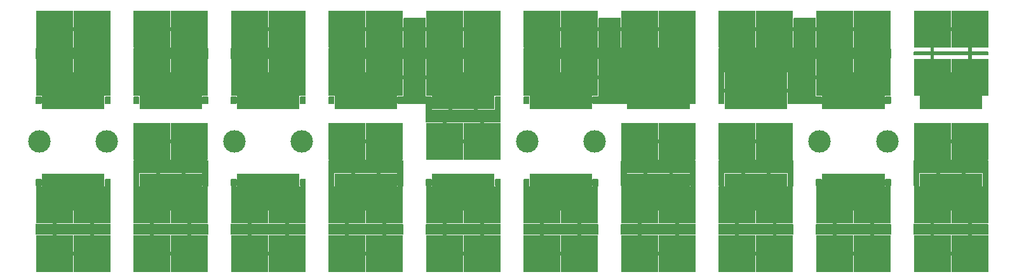
<source format=gbr>
%TF.GenerationSoftware,KiCad,Pcbnew,8.0.2-1*%
%TF.CreationDate,2024-06-10T12:13:12-07:00*%
%TF.ProjectId,FuseBlock,46757365-426c-46f6-936b-2e6b69636164,rev?*%
%TF.SameCoordinates,Original*%
%TF.FileFunction,Copper,L1,Top*%
%TF.FilePolarity,Positive*%
%FSLAX46Y46*%
G04 Gerber Fmt 4.6, Leading zero omitted, Abs format (unit mm)*
G04 Created by KiCad (PCBNEW 8.0.2-1) date 2024-06-10 12:13:12*
%MOMM*%
%LPD*%
G01*
G04 APERTURE LIST*
%TA.AperFunction,ComponentPad*%
%ADD10R,5.000000X5.000000*%
%TD*%
%TA.AperFunction,ViaPad*%
%ADD11C,3.000000*%
%TD*%
G04 APERTURE END LIST*
D10*
%TO.P,J24,1,Pin_1*%
%TO.N,Net-(J22-Pin_1)*%
X93500000Y-115000000D03*
X98500000Y-115000000D03*
%TD*%
%TO.P,F2,1*%
%TO.N,Net-(J3-Pin_1)*%
X94300000Y-93250000D03*
X97700000Y-93250000D03*
%TO.P,F2,2*%
%TO.N,Net-(J22-Pin_1)*%
X94300000Y-106750000D03*
X97700000Y-106750000D03*
%TD*%
%TO.P,J31,1,Pin_1*%
%TO.N,Net-(J30-Pin_1)*%
X132500000Y-115000000D03*
X137500000Y-115000000D03*
%TD*%
%TO.P,J12,1,Pin_1*%
%TO.N,Net-(J12-Pin_1)*%
X145500000Y-85000000D03*
X150500000Y-85000000D03*
%TD*%
%TO.P,J43,1,Pin_1*%
%TO.N,Net-(J42-Pin_1)*%
X197500000Y-108500000D03*
X202500000Y-108500000D03*
%TD*%
%TO.P,J1,1,Pin_1*%
%TO.N,Net-(J1-Pin_1)*%
X80500000Y-85000000D03*
X85500000Y-85000000D03*
%TD*%
%TO.P,J26,1,Pin_1*%
%TO.N,Net-(J25-Pin_1)*%
X106500000Y-115000000D03*
X111500000Y-115000000D03*
%TD*%
%TO.P,J17,1,Pin_1*%
%TO.N,Net-(J15-Pin_1)*%
X184500000Y-91500000D03*
X189500000Y-91500000D03*
%TD*%
%TO.P,J30,1,Pin_1*%
%TO.N,Net-(J30-Pin_1)*%
X132500000Y-108500000D03*
X137500000Y-108500000D03*
%TD*%
%TO.P,J25,1,Pin_1*%
%TO.N,Net-(J25-Pin_1)*%
X106500000Y-108500000D03*
X111500000Y-108500000D03*
%TD*%
%TO.P,J4,1,Pin_1*%
%TO.N,Net-(J3-Pin_1)*%
X93500000Y-91500000D03*
X98500000Y-91500000D03*
%TD*%
%TO.P,F5,1*%
%TO.N,Net-(J10-Pin_1)*%
X133300000Y-93250000D03*
X136700000Y-93250000D03*
%TO.P,F5,2*%
%TO.N,Net-(J30-Pin_1)*%
X133300000Y-106750000D03*
X136700000Y-106750000D03*
%TD*%
%TO.P,J7,1,Pin_1*%
%TO.N,Net-(J10-Pin_1)*%
X119500000Y-85000000D03*
X124500000Y-85000000D03*
%TD*%
%TO.P,J16,1,Pin_1*%
%TO.N,Net-(J15-Pin_1)*%
X184500000Y-85000000D03*
X189500000Y-85000000D03*
%TD*%
%TO.P,J27,1,Pin_1*%
%TO.N,Net-(J27-Pin_1)*%
X119500000Y-100000000D03*
X124500000Y-100000000D03*
%TD*%
%TO.P,F3,1*%
%TO.N,Net-(J5-Pin_1)*%
X107300000Y-93250000D03*
X110700000Y-93250000D03*
%TO.P,F3,2*%
%TO.N,Net-(J25-Pin_1)*%
X107300000Y-106750000D03*
X110700000Y-106750000D03*
%TD*%
%TO.P,F4,1*%
%TO.N,Net-(J10-Pin_1)*%
X120300000Y-93250000D03*
X123700000Y-93250000D03*
%TO.P,F4,2*%
%TO.N,Net-(J27-Pin_1)*%
X120300000Y-106750000D03*
X123700000Y-106750000D03*
%TD*%
%TO.P,J36,1,Pin_1*%
%TO.N,Net-(J34-Pin_1)*%
X158500000Y-115000000D03*
X163500000Y-115000000D03*
%TD*%
%TO.P,J42,1,Pin_1*%
%TO.N,Net-(J42-Pin_1)*%
X197500000Y-100000000D03*
X202500000Y-100000000D03*
%TD*%
%TO.P,J20,1,Pin_1*%
%TO.N,Net-(J20-Pin_1)*%
X80500000Y-108500000D03*
X85500000Y-108500000D03*
%TD*%
%TO.P,J19,1,Pin_1*%
%TO.N,Net-(J18-Pin_1)*%
X197500000Y-91500000D03*
X202500000Y-91500000D03*
%TD*%
%TO.P,F8,1*%
%TO.N,Net-(J15-Pin_1)*%
X172300000Y-93250000D03*
X175700000Y-93250000D03*
%TO.P,F8,2*%
%TO.N,Net-(J37-Pin_1)*%
X172300000Y-106750000D03*
X175700000Y-106750000D03*
%TD*%
%TO.P,J8,1,Pin_1*%
%TO.N,Net-(J10-Pin_1)*%
X119500000Y-91500000D03*
X124500000Y-91500000D03*
%TD*%
%TO.P,J10,1,Pin_1*%
%TO.N,Net-(J10-Pin_1)*%
X132500000Y-91500000D03*
X137500000Y-91500000D03*
%TD*%
%TO.P,J23,1,Pin_1*%
%TO.N,Net-(J22-Pin_1)*%
X93500000Y-108500000D03*
X98500000Y-108500000D03*
%TD*%
%TO.P,F7,1*%
%TO.N,Net-(J12-Pin_1)*%
X159300000Y-93250000D03*
X162700000Y-93250000D03*
%TO.P,F7,2*%
%TO.N,Net-(J34-Pin_1)*%
X159300000Y-106750000D03*
X162700000Y-106750000D03*
%TD*%
%TO.P,J11,1,Pin_1*%
%TO.N,Net-(J10-Pin_1)*%
X132500000Y-100000000D03*
X137500000Y-100000000D03*
%TD*%
%TO.P,J3,1,Pin_1*%
%TO.N,Net-(J3-Pin_1)*%
X93500000Y-85000000D03*
X98500000Y-85000000D03*
%TD*%
%TO.P,J2,1,Pin_1*%
%TO.N,Net-(J1-Pin_1)*%
X80500000Y-91500000D03*
X85500000Y-91500000D03*
%TD*%
%TO.P,J37,1,Pin_1*%
%TO.N,Net-(J37-Pin_1)*%
X171500000Y-100000000D03*
X176500000Y-100000000D03*
%TD*%
%TO.P,J6,1,Pin_1*%
%TO.N,Net-(J5-Pin_1)*%
X106500000Y-91500000D03*
X111500000Y-91500000D03*
%TD*%
%TO.P,F1,1*%
%TO.N,Net-(J1-Pin_1)*%
X81300000Y-93250000D03*
X84700000Y-93250000D03*
%TO.P,F1,2*%
%TO.N,Net-(J20-Pin_1)*%
X81300000Y-106750000D03*
X84700000Y-106750000D03*
%TD*%
%TO.P,J21,1,Pin_1*%
%TO.N,Net-(J20-Pin_1)*%
X80500000Y-115000000D03*
X85500000Y-115000000D03*
%TD*%
%TO.P,J40,1,Pin_1*%
%TO.N,Net-(J40-Pin_1)*%
X184500000Y-108500000D03*
X189500000Y-108500000D03*
%TD*%
%TO.P,F9,1*%
%TO.N,Net-(J15-Pin_1)*%
X185300000Y-93250000D03*
X188700000Y-93250000D03*
%TO.P,F9,2*%
%TO.N,Net-(J40-Pin_1)*%
X185300000Y-106750000D03*
X188700000Y-106750000D03*
%TD*%
%TO.P,J41,1,Pin_1*%
%TO.N,Net-(J40-Pin_1)*%
X184500000Y-115000000D03*
X189500000Y-115000000D03*
%TD*%
%TO.P,J13,1,Pin_1*%
%TO.N,Net-(J12-Pin_1)*%
X145500000Y-91500000D03*
X150500000Y-91500000D03*
%TD*%
%TO.P,J39,1,Pin_1*%
%TO.N,Net-(J37-Pin_1)*%
X171500000Y-115000000D03*
X176500000Y-115000000D03*
%TD*%
%TO.P,J15,1,Pin_1*%
%TO.N,Net-(J15-Pin_1)*%
X171500000Y-85000000D03*
X176500000Y-85000000D03*
%TD*%
%TO.P,J38,1,Pin_1*%
%TO.N,Net-(J37-Pin_1)*%
X171500000Y-108500000D03*
X176500000Y-108500000D03*
%TD*%
%TO.P,J34,1,Pin_1*%
%TO.N,Net-(J34-Pin_1)*%
X158500000Y-100000000D03*
X163500000Y-100000000D03*
%TD*%
%TO.P,J32,1,Pin_1*%
%TO.N,Net-(J32-Pin_1)*%
X145500000Y-108500000D03*
X150500000Y-108500000D03*
%TD*%
%TO.P,J5,1,Pin_1*%
%TO.N,Net-(J5-Pin_1)*%
X106500000Y-85000000D03*
X111500000Y-85000000D03*
%TD*%
%TO.P,J14,1,Pin_1*%
%TO.N,Net-(J12-Pin_1)*%
X158500000Y-85000000D03*
X163500000Y-85000000D03*
%TD*%
%TO.P,J29,1,Pin_1*%
%TO.N,Net-(J27-Pin_1)*%
X119500000Y-115000000D03*
X124500000Y-115000000D03*
%TD*%
%TO.P,J9,1,Pin_1*%
%TO.N,Net-(J10-Pin_1)*%
X132500000Y-85000000D03*
X137500000Y-85000000D03*
%TD*%
%TO.P,F10,1*%
%TO.N,Net-(J18-Pin_1)*%
X198300000Y-93250000D03*
X201700000Y-93250000D03*
%TO.P,F10,2*%
%TO.N,Net-(J42-Pin_1)*%
X198300000Y-106750000D03*
X201700000Y-106750000D03*
%TD*%
%TO.P,J18,1,Pin_1*%
%TO.N,Net-(J18-Pin_1)*%
X197500000Y-85000000D03*
X202500000Y-85000000D03*
%TD*%
%TO.P,J35,1,Pin_1*%
%TO.N,Net-(J34-Pin_1)*%
X158500000Y-108500000D03*
X163500000Y-108500000D03*
%TD*%
%TO.P,J28,1,Pin_1*%
%TO.N,Net-(J27-Pin_1)*%
X119500000Y-108500000D03*
X124500000Y-108500000D03*
%TD*%
%TO.P,F6,1*%
%TO.N,Net-(J12-Pin_1)*%
X146300000Y-93250000D03*
X149700000Y-93250000D03*
%TO.P,F6,2*%
%TO.N,Net-(J32-Pin_1)*%
X146300000Y-106750000D03*
X149700000Y-106750000D03*
%TD*%
%TO.P,J33,1,Pin_1*%
%TO.N,Net-(J32-Pin_1)*%
X145500000Y-115000000D03*
X150500000Y-115000000D03*
%TD*%
%TO.P,J22,1,Pin_1*%
%TO.N,Net-(J22-Pin_1)*%
X93500000Y-100000000D03*
X98500000Y-100000000D03*
%TD*%
%TO.P,J44,1,Pin_1*%
%TO.N,Net-(J42-Pin_1)*%
X197500000Y-115000000D03*
X202500000Y-115000000D03*
%TD*%
D11*
%TO.N,*%
X78500000Y-100000000D03*
%TO.N,Net-(J22-Pin_1)*%
X104500000Y-100000000D03*
X87500000Y-100000000D03*
%TO.N,Net-(J27-Pin_1)*%
X113500000Y-100000000D03*
%TO.N,Net-(J10-Pin_1)*%
X143500000Y-100000000D03*
%TO.N,Net-(J34-Pin_1)*%
X152500000Y-100000000D03*
%TO.N,Net-(J37-Pin_1)*%
X182500000Y-100000000D03*
%TO.N,Net-(J42-Pin_1)*%
X191500000Y-100000000D03*
%TD*%
%TA.AperFunction,Conductor*%
%TO.N,Net-(J32-Pin_1)*%
G36*
X149874979Y-114810402D02*
G01*
X149850000Y-114935981D01*
X149850000Y-115064019D01*
X149874979Y-115189598D01*
X149899999Y-115250000D01*
X146100001Y-115250000D01*
X146125021Y-115189598D01*
X146150000Y-115064019D01*
X146150000Y-114935981D01*
X146125021Y-114810402D01*
X146100001Y-114750000D01*
X149899999Y-114750000D01*
X149874979Y-114810402D01*
G37*
%TD.AperFunction*%
%TA.AperFunction,Conductor*%
G36*
X150750000Y-111000000D02*
G01*
X152876000Y-111000000D01*
X152943039Y-111019685D01*
X152988794Y-111072489D01*
X153000000Y-111124000D01*
X153000000Y-112376000D01*
X152980315Y-112443039D01*
X152927511Y-112488794D01*
X152876000Y-112500000D01*
X150750000Y-112500000D01*
X150750000Y-114399998D01*
X150689598Y-114374979D01*
X150564019Y-114350000D01*
X150435981Y-114350000D01*
X150310402Y-114374979D01*
X150250000Y-114399998D01*
X150250000Y-112500000D01*
X145750000Y-112500000D01*
X145750000Y-114399998D01*
X145689598Y-114374979D01*
X145564019Y-114350000D01*
X145435981Y-114350000D01*
X145310402Y-114374979D01*
X145250000Y-114399998D01*
X145250000Y-112500000D01*
X143124000Y-112500000D01*
X143056961Y-112480315D01*
X143011206Y-112427511D01*
X143000000Y-112376000D01*
X143000000Y-111124000D01*
X143019685Y-111056961D01*
X143072489Y-111011206D01*
X143124000Y-111000000D01*
X145250000Y-111000000D01*
X145250000Y-109100001D01*
X145310402Y-109125021D01*
X145435981Y-109150000D01*
X145564019Y-109150000D01*
X145689598Y-109125021D01*
X145750000Y-109100001D01*
X145750000Y-111000000D01*
X150250000Y-111000000D01*
X150250000Y-109100001D01*
X150310402Y-109125021D01*
X150435981Y-109150000D01*
X150564019Y-109150000D01*
X150689598Y-109125021D01*
X150750000Y-109100001D01*
X150750000Y-111000000D01*
G37*
%TD.AperFunction*%
%TA.AperFunction,Conductor*%
G36*
X149874979Y-108310402D02*
G01*
X149850000Y-108435981D01*
X149850000Y-108564019D01*
X149874979Y-108689598D01*
X149899999Y-108750000D01*
X146100001Y-108750000D01*
X146125021Y-108689598D01*
X146150000Y-108564019D01*
X146150000Y-108435981D01*
X146125021Y-108310402D01*
X146100001Y-108250000D01*
X149899999Y-108250000D01*
X149874979Y-108310402D01*
G37*
%TD.AperFunction*%
%TA.AperFunction,Conductor*%
G36*
X148930743Y-106516649D02*
G01*
X148900000Y-106671207D01*
X148900000Y-106828793D01*
X148930743Y-106983351D01*
X148937639Y-107000000D01*
X147062361Y-107000000D01*
X147069257Y-106983351D01*
X147100000Y-106828793D01*
X147100000Y-106671207D01*
X147069257Y-106516649D01*
X147062361Y-106500000D01*
X148937639Y-106500000D01*
X148930743Y-106516649D01*
G37*
%TD.AperFunction*%
%TA.AperFunction,Conductor*%
G36*
X143743039Y-105019685D02*
G01*
X143788794Y-105072489D01*
X143800000Y-105124000D01*
X143800000Y-105876000D01*
X143780315Y-105943039D01*
X143727511Y-105988794D01*
X143676000Y-106000000D01*
X143124000Y-106000000D01*
X143056961Y-105980315D01*
X143011206Y-105927511D01*
X143000000Y-105876000D01*
X143000000Y-105124000D01*
X143019685Y-105056961D01*
X143072489Y-105011206D01*
X143124000Y-105000000D01*
X143676000Y-105000000D01*
X143743039Y-105019685D01*
G37*
%TD.AperFunction*%
%TA.AperFunction,Conductor*%
G36*
X152943039Y-105019685D02*
G01*
X152988794Y-105072489D01*
X153000000Y-105124000D01*
X153000000Y-105876000D01*
X152980315Y-105943039D01*
X152927511Y-105988794D01*
X152876000Y-106000000D01*
X152324000Y-106000000D01*
X152256961Y-105980315D01*
X152211206Y-105927511D01*
X152200000Y-105876000D01*
X152200000Y-105124000D01*
X152219685Y-105056961D01*
X152272489Y-105011206D01*
X152324000Y-105000000D01*
X152876000Y-105000000D01*
X152943039Y-105019685D01*
G37*
%TD.AperFunction*%
%TD*%
%TA.AperFunction,Conductor*%
%TO.N,Net-(J10-Pin_1)*%
G36*
X117743039Y-94019685D02*
G01*
X117788794Y-94072489D01*
X117800000Y-94124000D01*
X117800000Y-94876000D01*
X117780315Y-94943039D01*
X117727511Y-94988794D01*
X117676000Y-95000000D01*
X117124000Y-95000000D01*
X117056961Y-94980315D01*
X117011206Y-94927511D01*
X117000000Y-94876000D01*
X117000000Y-94124000D01*
X117019685Y-94056961D01*
X117072489Y-94011206D01*
X117124000Y-94000000D01*
X117676000Y-94000000D01*
X117743039Y-94019685D01*
G37*
%TD.AperFunction*%
%TA.AperFunction,Conductor*%
G36*
X129943039Y-83519685D02*
G01*
X129988794Y-83572489D01*
X130000000Y-83624000D01*
X130000000Y-84750000D01*
X131899999Y-84750000D01*
X131874979Y-84810402D01*
X131850000Y-84935981D01*
X131850000Y-85064019D01*
X131874979Y-85189598D01*
X131899999Y-85250000D01*
X130000000Y-85250000D01*
X130000000Y-87500000D01*
X132250000Y-87500000D01*
X132250000Y-85600001D01*
X132310402Y-85625021D01*
X132435981Y-85650000D01*
X132564019Y-85650000D01*
X132689598Y-85625021D01*
X132750000Y-85600001D01*
X132750000Y-87500000D01*
X137250000Y-87500000D01*
X137250000Y-85600001D01*
X137310402Y-85625021D01*
X137435981Y-85650000D01*
X137564019Y-85650000D01*
X137689598Y-85625021D01*
X137750000Y-85600001D01*
X137750000Y-87500000D01*
X139876000Y-87500000D01*
X139943039Y-87519685D01*
X139988794Y-87572489D01*
X140000000Y-87624000D01*
X140000000Y-88876000D01*
X139980315Y-88943039D01*
X139927511Y-88988794D01*
X139876000Y-89000000D01*
X137750000Y-89000000D01*
X137750000Y-90899998D01*
X137689598Y-90874979D01*
X137564019Y-90850000D01*
X137435981Y-90850000D01*
X137310402Y-90874979D01*
X137250000Y-90899998D01*
X137250000Y-89000000D01*
X132750000Y-89000000D01*
X132750000Y-90899998D01*
X132689598Y-90874979D01*
X132564019Y-90850000D01*
X132435981Y-90850000D01*
X132310402Y-90874979D01*
X132250000Y-90899998D01*
X132250000Y-89000000D01*
X130000000Y-89000000D01*
X130000000Y-91250000D01*
X131899999Y-91250000D01*
X131874979Y-91310402D01*
X131850000Y-91435981D01*
X131850000Y-91564019D01*
X131874979Y-91689598D01*
X131899999Y-91750000D01*
X130000000Y-91750000D01*
X130000000Y-94000000D01*
X130676000Y-94000000D01*
X130743039Y-94019685D01*
X130788794Y-94072489D01*
X130800000Y-94124000D01*
X130800000Y-95000000D01*
X126324000Y-95000000D01*
X126256961Y-94980315D01*
X126211206Y-94927511D01*
X126200000Y-94876000D01*
X126200000Y-94124000D01*
X126219685Y-94056961D01*
X126272489Y-94011206D01*
X126324000Y-94000000D01*
X127000000Y-94000000D01*
X127000000Y-91750000D01*
X125100001Y-91750000D01*
X125125021Y-91689598D01*
X125150000Y-91564019D01*
X125150000Y-91435981D01*
X125125021Y-91310402D01*
X125100001Y-91250000D01*
X127000000Y-91250000D01*
X127000000Y-89000000D01*
X124750000Y-89000000D01*
X124750000Y-90899998D01*
X124689598Y-90874979D01*
X124564019Y-90850000D01*
X124435981Y-90850000D01*
X124310402Y-90874979D01*
X124250000Y-90899998D01*
X124250000Y-89000000D01*
X119750000Y-89000000D01*
X119750000Y-90899998D01*
X119689598Y-90874979D01*
X119564019Y-90850000D01*
X119435981Y-90850000D01*
X119310402Y-90874979D01*
X119250000Y-90899998D01*
X119250000Y-89000000D01*
X117124000Y-89000000D01*
X117056961Y-88980315D01*
X117011206Y-88927511D01*
X117000000Y-88876000D01*
X117000000Y-87624000D01*
X117019685Y-87556961D01*
X117072489Y-87511206D01*
X117124000Y-87500000D01*
X119250000Y-87500000D01*
X119250000Y-85600001D01*
X119310402Y-85625021D01*
X119435981Y-85650000D01*
X119564019Y-85650000D01*
X119689598Y-85625021D01*
X119750000Y-85600001D01*
X119750000Y-87500000D01*
X124250000Y-87500000D01*
X124250000Y-85600001D01*
X124310402Y-85625021D01*
X124435981Y-85650000D01*
X124564019Y-85650000D01*
X124689598Y-85625021D01*
X124750000Y-85600001D01*
X124750000Y-87500000D01*
X127000000Y-87500000D01*
X127000000Y-85250000D01*
X125100001Y-85250000D01*
X125125021Y-85189598D01*
X125150000Y-85064019D01*
X125150000Y-84935981D01*
X125125021Y-84810402D01*
X125100001Y-84750000D01*
X127000000Y-84750000D01*
X127000000Y-83624000D01*
X127019685Y-83556961D01*
X127072489Y-83511206D01*
X127124000Y-83500000D01*
X129876000Y-83500000D01*
X129943039Y-83519685D01*
G37*
%TD.AperFunction*%
%TA.AperFunction,Conductor*%
G36*
X139943039Y-94019685D02*
G01*
X139988794Y-94072489D01*
X140000000Y-94124000D01*
X140000000Y-95000000D01*
X139200000Y-95000000D01*
X139200000Y-94124000D01*
X139219685Y-94056961D01*
X139272489Y-94011206D01*
X139324000Y-94000000D01*
X139876000Y-94000000D01*
X139943039Y-94019685D01*
G37*
%TD.AperFunction*%
%TA.AperFunction,Conductor*%
G36*
X122930743Y-93016649D02*
G01*
X122900000Y-93171207D01*
X122900000Y-93328793D01*
X122930743Y-93483351D01*
X122937639Y-93500000D01*
X121062361Y-93500000D01*
X121069257Y-93483351D01*
X121100000Y-93328793D01*
X121100000Y-93171207D01*
X121069257Y-93016649D01*
X121062361Y-93000000D01*
X122937639Y-93000000D01*
X122930743Y-93016649D01*
G37*
%TD.AperFunction*%
%TA.AperFunction,Conductor*%
G36*
X135930743Y-93016649D02*
G01*
X135900000Y-93171207D01*
X135900000Y-93328793D01*
X135930743Y-93483351D01*
X135937639Y-93500000D01*
X134062361Y-93500000D01*
X134069257Y-93483351D01*
X134100000Y-93328793D01*
X134100000Y-93171207D01*
X134069257Y-93016649D01*
X134062361Y-93000000D01*
X135937639Y-93000000D01*
X135930743Y-93016649D01*
G37*
%TD.AperFunction*%
%TA.AperFunction,Conductor*%
G36*
X123874979Y-91310402D02*
G01*
X123850000Y-91435981D01*
X123850000Y-91564019D01*
X123874979Y-91689598D01*
X123899999Y-91750000D01*
X120100001Y-91750000D01*
X120125021Y-91689598D01*
X120150000Y-91564019D01*
X120150000Y-91435981D01*
X120125021Y-91310402D01*
X120100001Y-91250000D01*
X123899999Y-91250000D01*
X123874979Y-91310402D01*
G37*
%TD.AperFunction*%
%TA.AperFunction,Conductor*%
G36*
X136874979Y-91310402D02*
G01*
X136850000Y-91435981D01*
X136850000Y-91564019D01*
X136874979Y-91689598D01*
X136899999Y-91750000D01*
X133100001Y-91750000D01*
X133125021Y-91689598D01*
X133150000Y-91564019D01*
X133150000Y-91435981D01*
X133125021Y-91310402D01*
X133100001Y-91250000D01*
X136899999Y-91250000D01*
X136874979Y-91310402D01*
G37*
%TD.AperFunction*%
%TA.AperFunction,Conductor*%
G36*
X123874979Y-84810402D02*
G01*
X123850000Y-84935981D01*
X123850000Y-85064019D01*
X123874979Y-85189598D01*
X123899999Y-85250000D01*
X120100001Y-85250000D01*
X120125021Y-85189598D01*
X120150000Y-85064019D01*
X120150000Y-84935981D01*
X120125021Y-84810402D01*
X120100001Y-84750000D01*
X123899999Y-84750000D01*
X123874979Y-84810402D01*
G37*
%TD.AperFunction*%
%TA.AperFunction,Conductor*%
G36*
X136874979Y-84810402D02*
G01*
X136850000Y-84935981D01*
X136850000Y-85064019D01*
X136874979Y-85189598D01*
X136899999Y-85250000D01*
X133100001Y-85250000D01*
X133125021Y-85189598D01*
X133150000Y-85064019D01*
X133150000Y-84935981D01*
X133125021Y-84810402D01*
X133100001Y-84750000D01*
X136899999Y-84750000D01*
X136874979Y-84810402D01*
G37*
%TD.AperFunction*%
%TD*%
%TA.AperFunction,Conductor*%
%TO.N,Net-(J10-Pin_1)*%
G36*
X136874979Y-99810402D02*
G01*
X136850000Y-99935981D01*
X136850000Y-100064019D01*
X136874979Y-100189598D01*
X136899999Y-100250000D01*
X133100001Y-100250000D01*
X133125021Y-100189598D01*
X133150000Y-100064019D01*
X133150000Y-99935981D01*
X133125021Y-99810402D01*
X133100001Y-99750000D01*
X136899999Y-99750000D01*
X136874979Y-99810402D01*
G37*
%TD.AperFunction*%
%TA.AperFunction,Conductor*%
G36*
X130800000Y-95750000D02*
G01*
X133050000Y-95750000D01*
X133050000Y-95000000D01*
X133550000Y-95000000D01*
X133550000Y-95750000D01*
X136450000Y-95750000D01*
X136450000Y-95000000D01*
X136950000Y-95000000D01*
X136950000Y-95750000D01*
X139200000Y-95750000D01*
X139200000Y-95000000D01*
X140000000Y-95000000D01*
X140000000Y-97376000D01*
X139980315Y-97443039D01*
X139927511Y-97488794D01*
X139876000Y-97500000D01*
X137750000Y-97500000D01*
X137750000Y-99399998D01*
X137689598Y-99374979D01*
X137564019Y-99350000D01*
X137435981Y-99350000D01*
X137310402Y-99374979D01*
X137250000Y-99399998D01*
X137250000Y-97500000D01*
X132750000Y-97500000D01*
X132750000Y-99399998D01*
X132689598Y-99374979D01*
X132564019Y-99350000D01*
X132435981Y-99350000D01*
X132310402Y-99374979D01*
X132250000Y-99399998D01*
X132250000Y-97500000D01*
X130124000Y-97500000D01*
X130056961Y-97480315D01*
X130011206Y-97427511D01*
X130000000Y-97376000D01*
X130000000Y-95000000D01*
X130800000Y-95000000D01*
X130800000Y-95750000D01*
G37*
%TD.AperFunction*%
%TD*%
%TA.AperFunction,Conductor*%
%TO.N,Net-(J22-Pin_1)*%
G36*
X97874979Y-114810402D02*
G01*
X97850000Y-114935981D01*
X97850000Y-115064019D01*
X97874979Y-115189598D01*
X97899999Y-115250000D01*
X94100001Y-115250000D01*
X94125021Y-115189598D01*
X94150000Y-115064019D01*
X94150000Y-114935981D01*
X94125021Y-114810402D01*
X94100001Y-114750000D01*
X97899999Y-114750000D01*
X97874979Y-114810402D01*
G37*
%TD.AperFunction*%
%TA.AperFunction,Conductor*%
G36*
X98750000Y-111000000D02*
G01*
X100876000Y-111000000D01*
X100943039Y-111019685D01*
X100988794Y-111072489D01*
X101000000Y-111124000D01*
X101000000Y-112376000D01*
X100980315Y-112443039D01*
X100927511Y-112488794D01*
X100876000Y-112500000D01*
X98750000Y-112500000D01*
X98750000Y-114399998D01*
X98689598Y-114374979D01*
X98564019Y-114350000D01*
X98435981Y-114350000D01*
X98310402Y-114374979D01*
X98250000Y-114399998D01*
X98250000Y-112500000D01*
X93750000Y-112500000D01*
X93750000Y-114399998D01*
X93689598Y-114374979D01*
X93564019Y-114350000D01*
X93435981Y-114350000D01*
X93310402Y-114374979D01*
X93250000Y-114399998D01*
X93250000Y-112500000D01*
X91124000Y-112500000D01*
X91056961Y-112480315D01*
X91011206Y-112427511D01*
X91000000Y-112376000D01*
X91000000Y-111124000D01*
X91019685Y-111056961D01*
X91072489Y-111011206D01*
X91124000Y-111000000D01*
X93250000Y-111000000D01*
X93250000Y-109100001D01*
X93310402Y-109125021D01*
X93435981Y-109150000D01*
X93564019Y-109150000D01*
X93689598Y-109125021D01*
X93750000Y-109100001D01*
X93750000Y-111000000D01*
X98250000Y-111000000D01*
X98250000Y-109100001D01*
X98310402Y-109125021D01*
X98435981Y-109150000D01*
X98564019Y-109150000D01*
X98689598Y-109125021D01*
X98750000Y-109100001D01*
X98750000Y-111000000D01*
G37*
%TD.AperFunction*%
%TA.AperFunction,Conductor*%
G36*
X97874979Y-108310402D02*
G01*
X97850000Y-108435981D01*
X97850000Y-108564019D01*
X97874979Y-108689598D01*
X97899999Y-108750000D01*
X94100001Y-108750000D01*
X94125021Y-108689598D01*
X94150000Y-108564019D01*
X94150000Y-108435981D01*
X94125021Y-108310402D01*
X94100001Y-108250000D01*
X97899999Y-108250000D01*
X97874979Y-108310402D01*
G37*
%TD.AperFunction*%
%TA.AperFunction,Conductor*%
G36*
X96930743Y-106516649D02*
G01*
X96900000Y-106671207D01*
X96900000Y-106828793D01*
X96930743Y-106983351D01*
X96937639Y-107000000D01*
X95062361Y-107000000D01*
X95069257Y-106983351D01*
X95100000Y-106828793D01*
X95100000Y-106671207D01*
X95069257Y-106516649D01*
X95062361Y-106500000D01*
X96937639Y-106500000D01*
X96930743Y-106516649D01*
G37*
%TD.AperFunction*%
%TA.AperFunction,Conductor*%
G36*
X98750000Y-102500000D02*
G01*
X100876000Y-102500000D01*
X100943039Y-102519685D01*
X100988794Y-102572489D01*
X101000000Y-102624000D01*
X101000000Y-105876000D01*
X100980315Y-105943039D01*
X100927511Y-105988794D01*
X100876000Y-106000000D01*
X100324000Y-106000000D01*
X100256961Y-105980315D01*
X100211206Y-105927511D01*
X100200000Y-105876000D01*
X100200000Y-104250000D01*
X97950000Y-104250000D01*
X97950000Y-105987639D01*
X97933351Y-105980743D01*
X97778793Y-105950000D01*
X97621207Y-105950000D01*
X97466649Y-105980743D01*
X97450000Y-105987639D01*
X97450000Y-104250000D01*
X94550000Y-104250000D01*
X94550000Y-105987639D01*
X94533351Y-105980743D01*
X94378793Y-105950000D01*
X94221207Y-105950000D01*
X94066649Y-105980743D01*
X94050000Y-105987639D01*
X94050000Y-104250000D01*
X91800000Y-104250000D01*
X91800000Y-105876000D01*
X91780315Y-105943039D01*
X91727511Y-105988794D01*
X91676000Y-106000000D01*
X91124000Y-106000000D01*
X91056961Y-105980315D01*
X91011206Y-105927511D01*
X91000000Y-105876000D01*
X91000000Y-102624000D01*
X91019685Y-102556961D01*
X91072489Y-102511206D01*
X91124000Y-102500000D01*
X93250000Y-102500000D01*
X93250000Y-100600001D01*
X93310402Y-100625021D01*
X93435981Y-100650000D01*
X93564019Y-100650000D01*
X93689598Y-100625021D01*
X93750000Y-100600001D01*
X93750000Y-102500000D01*
X98250000Y-102500000D01*
X98250000Y-100600001D01*
X98310402Y-100625021D01*
X98435981Y-100650000D01*
X98564019Y-100650000D01*
X98689598Y-100625021D01*
X98750000Y-100600001D01*
X98750000Y-102500000D01*
G37*
%TD.AperFunction*%
%TA.AperFunction,Conductor*%
G36*
X97874979Y-99810402D02*
G01*
X97850000Y-99935981D01*
X97850000Y-100064019D01*
X97874979Y-100189598D01*
X97899999Y-100250000D01*
X94100001Y-100250000D01*
X94125021Y-100189598D01*
X94150000Y-100064019D01*
X94150000Y-99935981D01*
X94125021Y-99810402D01*
X94100001Y-99750000D01*
X97899999Y-99750000D01*
X97874979Y-99810402D01*
G37*
%TD.AperFunction*%
%TD*%
%TA.AperFunction,Conductor*%
%TO.N,Net-(J12-Pin_1)*%
G36*
X143743039Y-94019685D02*
G01*
X143788794Y-94072489D01*
X143800000Y-94124000D01*
X143800000Y-94876000D01*
X143780315Y-94943039D01*
X143727511Y-94988794D01*
X143676000Y-95000000D01*
X143124000Y-95000000D01*
X143056961Y-94980315D01*
X143011206Y-94927511D01*
X143000000Y-94876000D01*
X143000000Y-94124000D01*
X143019685Y-94056961D01*
X143072489Y-94011206D01*
X143124000Y-94000000D01*
X143676000Y-94000000D01*
X143743039Y-94019685D01*
G37*
%TD.AperFunction*%
%TA.AperFunction,Conductor*%
G36*
X155943039Y-83519685D02*
G01*
X155988794Y-83572489D01*
X156000000Y-83624000D01*
X156000000Y-84750000D01*
X157899999Y-84750000D01*
X157874979Y-84810402D01*
X157850000Y-84935981D01*
X157850000Y-85064019D01*
X157874979Y-85189598D01*
X157899999Y-85250000D01*
X156000000Y-85250000D01*
X156000000Y-87500000D01*
X158250000Y-87500000D01*
X158250000Y-85600001D01*
X158310402Y-85625021D01*
X158435981Y-85650000D01*
X158564019Y-85650000D01*
X158689598Y-85625021D01*
X158750000Y-85600001D01*
X158750000Y-87500000D01*
X163250000Y-87500000D01*
X163250000Y-85600001D01*
X163310402Y-85625021D01*
X163435981Y-85650000D01*
X163564019Y-85650000D01*
X163689598Y-85625021D01*
X163750000Y-85600001D01*
X163750000Y-87500000D01*
X165876000Y-87500000D01*
X165943039Y-87519685D01*
X165988794Y-87572489D01*
X166000000Y-87624000D01*
X166000000Y-94876000D01*
X165980315Y-94943039D01*
X165927511Y-94988794D01*
X165876000Y-95000000D01*
X165324000Y-95000000D01*
X165256961Y-94980315D01*
X165211206Y-94927511D01*
X165200000Y-94876000D01*
X165200000Y-93500000D01*
X163462361Y-93500000D01*
X163469257Y-93483351D01*
X163500000Y-93328793D01*
X163500000Y-93171207D01*
X163469257Y-93016649D01*
X163462361Y-93000000D01*
X165200000Y-93000000D01*
X165200000Y-90750000D01*
X162950000Y-90750000D01*
X162950000Y-92487639D01*
X162933351Y-92480743D01*
X162778793Y-92450000D01*
X162621207Y-92450000D01*
X162466649Y-92480743D01*
X162450000Y-92487639D01*
X162450000Y-90750000D01*
X159550000Y-90750000D01*
X159550000Y-92487639D01*
X159533351Y-92480743D01*
X159378793Y-92450000D01*
X159221207Y-92450000D01*
X159066649Y-92480743D01*
X159050000Y-92487639D01*
X159050000Y-90750000D01*
X156800000Y-90750000D01*
X156800000Y-93000000D01*
X158537639Y-93000000D01*
X158530743Y-93016649D01*
X158500000Y-93171207D01*
X158500000Y-93328793D01*
X158530743Y-93483351D01*
X158537639Y-93500000D01*
X156800000Y-93500000D01*
X156800000Y-94876000D01*
X156780315Y-94943039D01*
X156727511Y-94988794D01*
X156676000Y-95000000D01*
X152324000Y-95000000D01*
X152256961Y-94980315D01*
X152211206Y-94927511D01*
X152200000Y-94876000D01*
X152200000Y-94124000D01*
X152219685Y-94056961D01*
X152272489Y-94011206D01*
X152324000Y-94000000D01*
X153000000Y-94000000D01*
X153000000Y-91750000D01*
X151100001Y-91750000D01*
X151125021Y-91689598D01*
X151150000Y-91564019D01*
X151150000Y-91435981D01*
X151125021Y-91310402D01*
X151100001Y-91250000D01*
X153000000Y-91250000D01*
X153000000Y-89000000D01*
X150750000Y-89000000D01*
X150750000Y-90899998D01*
X150689598Y-90874979D01*
X150564019Y-90850000D01*
X150435981Y-90850000D01*
X150310402Y-90874979D01*
X150250000Y-90899998D01*
X150250000Y-89000000D01*
X145750000Y-89000000D01*
X145750000Y-90899998D01*
X145689598Y-90874979D01*
X145564019Y-90850000D01*
X145435981Y-90850000D01*
X145310402Y-90874979D01*
X145250000Y-90899998D01*
X145250000Y-89000000D01*
X143124000Y-89000000D01*
X143056961Y-88980315D01*
X143011206Y-88927511D01*
X143000000Y-88876000D01*
X143000000Y-87624000D01*
X143019685Y-87556961D01*
X143072489Y-87511206D01*
X143124000Y-87500000D01*
X145250000Y-87500000D01*
X145250000Y-85600001D01*
X145310402Y-85625021D01*
X145435981Y-85650000D01*
X145564019Y-85650000D01*
X145689598Y-85625021D01*
X145750000Y-85600001D01*
X145750000Y-87500000D01*
X150250000Y-87500000D01*
X150250000Y-85600001D01*
X150310402Y-85625021D01*
X150435981Y-85650000D01*
X150564019Y-85650000D01*
X150689598Y-85625021D01*
X150750000Y-85600001D01*
X150750000Y-87500000D01*
X153000000Y-87500000D01*
X153000000Y-85250000D01*
X151100001Y-85250000D01*
X151125021Y-85189598D01*
X151150000Y-85064019D01*
X151150000Y-84935981D01*
X151125021Y-84810402D01*
X151100001Y-84750000D01*
X153000000Y-84750000D01*
X153000000Y-83624000D01*
X153019685Y-83556961D01*
X153072489Y-83511206D01*
X153124000Y-83500000D01*
X155876000Y-83500000D01*
X155943039Y-83519685D01*
G37*
%TD.AperFunction*%
%TA.AperFunction,Conductor*%
G36*
X148930743Y-93016649D02*
G01*
X148900000Y-93171207D01*
X148900000Y-93328793D01*
X148930743Y-93483351D01*
X148937639Y-93500000D01*
X147062361Y-93500000D01*
X147069257Y-93483351D01*
X147100000Y-93328793D01*
X147100000Y-93171207D01*
X147069257Y-93016649D01*
X147062361Y-93000000D01*
X148937639Y-93000000D01*
X148930743Y-93016649D01*
G37*
%TD.AperFunction*%
%TA.AperFunction,Conductor*%
G36*
X161930743Y-93016649D02*
G01*
X161900000Y-93171207D01*
X161900000Y-93328793D01*
X161930743Y-93483351D01*
X161937639Y-93500000D01*
X160062361Y-93500000D01*
X160069257Y-93483351D01*
X160100000Y-93328793D01*
X160100000Y-93171207D01*
X160069257Y-93016649D01*
X160062361Y-93000000D01*
X161937639Y-93000000D01*
X161930743Y-93016649D01*
G37*
%TD.AperFunction*%
%TA.AperFunction,Conductor*%
G36*
X149874979Y-91310402D02*
G01*
X149850000Y-91435981D01*
X149850000Y-91564019D01*
X149874979Y-91689598D01*
X149899999Y-91750000D01*
X146100001Y-91750000D01*
X146125021Y-91689598D01*
X146150000Y-91564019D01*
X146150000Y-91435981D01*
X146125021Y-91310402D01*
X146100001Y-91250000D01*
X149899999Y-91250000D01*
X149874979Y-91310402D01*
G37*
%TD.AperFunction*%
%TA.AperFunction,Conductor*%
G36*
X149874979Y-84810402D02*
G01*
X149850000Y-84935981D01*
X149850000Y-85064019D01*
X149874979Y-85189598D01*
X149899999Y-85250000D01*
X146100001Y-85250000D01*
X146125021Y-85189598D01*
X146150000Y-85064019D01*
X146150000Y-84935981D01*
X146125021Y-84810402D01*
X146100001Y-84750000D01*
X149899999Y-84750000D01*
X149874979Y-84810402D01*
G37*
%TD.AperFunction*%
%TA.AperFunction,Conductor*%
G36*
X162874979Y-84810402D02*
G01*
X162850000Y-84935981D01*
X162850000Y-85064019D01*
X162874979Y-85189598D01*
X162899999Y-85250000D01*
X159100001Y-85250000D01*
X159125021Y-85189598D01*
X159150000Y-85064019D01*
X159150000Y-84935981D01*
X159125021Y-84810402D01*
X159100001Y-84750000D01*
X162899999Y-84750000D01*
X162874979Y-84810402D01*
G37*
%TD.AperFunction*%
%TD*%
%TA.AperFunction,Conductor*%
%TO.N,Net-(J30-Pin_1)*%
G36*
X136874979Y-114810402D02*
G01*
X136850000Y-114935981D01*
X136850000Y-115064019D01*
X136874979Y-115189598D01*
X136899999Y-115250000D01*
X133100001Y-115250000D01*
X133125021Y-115189598D01*
X133150000Y-115064019D01*
X133150000Y-114935981D01*
X133125021Y-114810402D01*
X133100001Y-114750000D01*
X136899999Y-114750000D01*
X136874979Y-114810402D01*
G37*
%TD.AperFunction*%
%TA.AperFunction,Conductor*%
G36*
X137750000Y-111000000D02*
G01*
X139876000Y-111000000D01*
X139943039Y-111019685D01*
X139988794Y-111072489D01*
X140000000Y-111124000D01*
X140000000Y-112376000D01*
X139980315Y-112443039D01*
X139927511Y-112488794D01*
X139876000Y-112500000D01*
X137750000Y-112500000D01*
X137750000Y-114399998D01*
X137689598Y-114374979D01*
X137564019Y-114350000D01*
X137435981Y-114350000D01*
X137310402Y-114374979D01*
X137250000Y-114399998D01*
X137250000Y-112500000D01*
X132750000Y-112500000D01*
X132750000Y-114399998D01*
X132689598Y-114374979D01*
X132564019Y-114350000D01*
X132435981Y-114350000D01*
X132310402Y-114374979D01*
X132250000Y-114399998D01*
X132250000Y-112500000D01*
X130124000Y-112500000D01*
X130056961Y-112480315D01*
X130011206Y-112427511D01*
X130000000Y-112376000D01*
X130000000Y-111124000D01*
X130019685Y-111056961D01*
X130072489Y-111011206D01*
X130124000Y-111000000D01*
X132250000Y-111000000D01*
X132250000Y-109100001D01*
X132310402Y-109125021D01*
X132435981Y-109150000D01*
X132564019Y-109150000D01*
X132689598Y-109125021D01*
X132750000Y-109100001D01*
X132750000Y-111000000D01*
X137250000Y-111000000D01*
X137250000Y-109100001D01*
X137310402Y-109125021D01*
X137435981Y-109150000D01*
X137564019Y-109150000D01*
X137689598Y-109125021D01*
X137750000Y-109100001D01*
X137750000Y-111000000D01*
G37*
%TD.AperFunction*%
%TA.AperFunction,Conductor*%
G36*
X136874979Y-108310402D02*
G01*
X136850000Y-108435981D01*
X136850000Y-108564019D01*
X136874979Y-108689598D01*
X136899999Y-108750000D01*
X133100001Y-108750000D01*
X133125021Y-108689598D01*
X133150000Y-108564019D01*
X133150000Y-108435981D01*
X133125021Y-108310402D01*
X133100001Y-108250000D01*
X136899999Y-108250000D01*
X136874979Y-108310402D01*
G37*
%TD.AperFunction*%
%TA.AperFunction,Conductor*%
G36*
X135930743Y-106516649D02*
G01*
X135900000Y-106671207D01*
X135900000Y-106828793D01*
X135930743Y-106983351D01*
X135937639Y-107000000D01*
X134062361Y-107000000D01*
X134069257Y-106983351D01*
X134100000Y-106828793D01*
X134100000Y-106671207D01*
X134069257Y-106516649D01*
X134062361Y-106500000D01*
X135937639Y-106500000D01*
X135930743Y-106516649D01*
G37*
%TD.AperFunction*%
%TA.AperFunction,Conductor*%
G36*
X130743039Y-105019685D02*
G01*
X130788794Y-105072489D01*
X130800000Y-105124000D01*
X130800000Y-105876000D01*
X130780315Y-105943039D01*
X130727511Y-105988794D01*
X130676000Y-106000000D01*
X130124000Y-106000000D01*
X130056961Y-105980315D01*
X130011206Y-105927511D01*
X130000000Y-105876000D01*
X130000000Y-105124000D01*
X130019685Y-105056961D01*
X130072489Y-105011206D01*
X130124000Y-105000000D01*
X130676000Y-105000000D01*
X130743039Y-105019685D01*
G37*
%TD.AperFunction*%
%TA.AperFunction,Conductor*%
G36*
X139943039Y-105019685D02*
G01*
X139988794Y-105072489D01*
X140000000Y-105124000D01*
X140000000Y-105876000D01*
X139980315Y-105943039D01*
X139927511Y-105988794D01*
X139876000Y-106000000D01*
X139324000Y-106000000D01*
X139256961Y-105980315D01*
X139211206Y-105927511D01*
X139200000Y-105876000D01*
X139200000Y-105124000D01*
X139219685Y-105056961D01*
X139272489Y-105011206D01*
X139324000Y-105000000D01*
X139876000Y-105000000D01*
X139943039Y-105019685D01*
G37*
%TD.AperFunction*%
%TD*%
%TA.AperFunction,Conductor*%
%TO.N,Net-(J25-Pin_1)*%
G36*
X110874979Y-114810402D02*
G01*
X110850000Y-114935981D01*
X110850000Y-115064019D01*
X110874979Y-115189598D01*
X110899999Y-115250000D01*
X107100001Y-115250000D01*
X107125021Y-115189598D01*
X107150000Y-115064019D01*
X107150000Y-114935981D01*
X107125021Y-114810402D01*
X107100001Y-114750000D01*
X110899999Y-114750000D01*
X110874979Y-114810402D01*
G37*
%TD.AperFunction*%
%TA.AperFunction,Conductor*%
G36*
X111750000Y-111000000D02*
G01*
X113876000Y-111000000D01*
X113943039Y-111019685D01*
X113988794Y-111072489D01*
X114000000Y-111124000D01*
X114000000Y-112376000D01*
X113980315Y-112443039D01*
X113927511Y-112488794D01*
X113876000Y-112500000D01*
X111750000Y-112500000D01*
X111750000Y-114399998D01*
X111689598Y-114374979D01*
X111564019Y-114350000D01*
X111435981Y-114350000D01*
X111310402Y-114374979D01*
X111250000Y-114399998D01*
X111250000Y-112500000D01*
X106750000Y-112500000D01*
X106750000Y-114399998D01*
X106689598Y-114374979D01*
X106564019Y-114350000D01*
X106435981Y-114350000D01*
X106310402Y-114374979D01*
X106250000Y-114399998D01*
X106250000Y-112500000D01*
X104124000Y-112500000D01*
X104056961Y-112480315D01*
X104011206Y-112427511D01*
X104000000Y-112376000D01*
X104000000Y-111124000D01*
X104019685Y-111056961D01*
X104072489Y-111011206D01*
X104124000Y-111000000D01*
X106250000Y-111000000D01*
X106250000Y-109100001D01*
X106310402Y-109125021D01*
X106435981Y-109150000D01*
X106564019Y-109150000D01*
X106689598Y-109125021D01*
X106750000Y-109100001D01*
X106750000Y-111000000D01*
X111250000Y-111000000D01*
X111250000Y-109100001D01*
X111310402Y-109125021D01*
X111435981Y-109150000D01*
X111564019Y-109150000D01*
X111689598Y-109125021D01*
X111750000Y-109100001D01*
X111750000Y-111000000D01*
G37*
%TD.AperFunction*%
%TA.AperFunction,Conductor*%
G36*
X110874979Y-108310402D02*
G01*
X110850000Y-108435981D01*
X110850000Y-108564019D01*
X110874979Y-108689598D01*
X110899999Y-108750000D01*
X107100001Y-108750000D01*
X107125021Y-108689598D01*
X107150000Y-108564019D01*
X107150000Y-108435981D01*
X107125021Y-108310402D01*
X107100001Y-108250000D01*
X110899999Y-108250000D01*
X110874979Y-108310402D01*
G37*
%TD.AperFunction*%
%TA.AperFunction,Conductor*%
G36*
X109930743Y-106516649D02*
G01*
X109900000Y-106671207D01*
X109900000Y-106828793D01*
X109930743Y-106983351D01*
X109937639Y-107000000D01*
X108062361Y-107000000D01*
X108069257Y-106983351D01*
X108100000Y-106828793D01*
X108100000Y-106671207D01*
X108069257Y-106516649D01*
X108062361Y-106500000D01*
X109937639Y-106500000D01*
X109930743Y-106516649D01*
G37*
%TD.AperFunction*%
%TA.AperFunction,Conductor*%
G36*
X104743039Y-105019685D02*
G01*
X104788794Y-105072489D01*
X104800000Y-105124000D01*
X104800000Y-105876000D01*
X104780315Y-105943039D01*
X104727511Y-105988794D01*
X104676000Y-106000000D01*
X104124000Y-106000000D01*
X104056961Y-105980315D01*
X104011206Y-105927511D01*
X104000000Y-105876000D01*
X104000000Y-105124000D01*
X104019685Y-105056961D01*
X104072489Y-105011206D01*
X104124000Y-105000000D01*
X104676000Y-105000000D01*
X104743039Y-105019685D01*
G37*
%TD.AperFunction*%
%TA.AperFunction,Conductor*%
G36*
X113943039Y-105019685D02*
G01*
X113988794Y-105072489D01*
X114000000Y-105124000D01*
X114000000Y-105876000D01*
X113980315Y-105943039D01*
X113927511Y-105988794D01*
X113876000Y-106000000D01*
X113324000Y-106000000D01*
X113256961Y-105980315D01*
X113211206Y-105927511D01*
X113200000Y-105876000D01*
X113200000Y-105124000D01*
X113219685Y-105056961D01*
X113272489Y-105011206D01*
X113324000Y-105000000D01*
X113876000Y-105000000D01*
X113943039Y-105019685D01*
G37*
%TD.AperFunction*%
%TD*%
%TA.AperFunction,Conductor*%
%TO.N,Net-(J40-Pin_1)*%
G36*
X188874979Y-114810402D02*
G01*
X188850000Y-114935981D01*
X188850000Y-115064019D01*
X188874979Y-115189598D01*
X188899999Y-115250000D01*
X185100001Y-115250000D01*
X185125021Y-115189598D01*
X185150000Y-115064019D01*
X185150000Y-114935981D01*
X185125021Y-114810402D01*
X185100001Y-114750000D01*
X188899999Y-114750000D01*
X188874979Y-114810402D01*
G37*
%TD.AperFunction*%
%TA.AperFunction,Conductor*%
G36*
X189750000Y-111000000D02*
G01*
X191876000Y-111000000D01*
X191943039Y-111019685D01*
X191988794Y-111072489D01*
X192000000Y-111124000D01*
X192000000Y-112376000D01*
X191980315Y-112443039D01*
X191927511Y-112488794D01*
X191876000Y-112500000D01*
X189750000Y-112500000D01*
X189750000Y-114399998D01*
X189689598Y-114374979D01*
X189564019Y-114350000D01*
X189435981Y-114350000D01*
X189310402Y-114374979D01*
X189250000Y-114399998D01*
X189250000Y-112500000D01*
X184750000Y-112500000D01*
X184750000Y-114399998D01*
X184689598Y-114374979D01*
X184564019Y-114350000D01*
X184435981Y-114350000D01*
X184310402Y-114374979D01*
X184250000Y-114399998D01*
X184250000Y-112500000D01*
X182124000Y-112500000D01*
X182056961Y-112480315D01*
X182011206Y-112427511D01*
X182000000Y-112376000D01*
X182000000Y-111124000D01*
X182019685Y-111056961D01*
X182072489Y-111011206D01*
X182124000Y-111000000D01*
X184250000Y-111000000D01*
X184250000Y-109100001D01*
X184310402Y-109125021D01*
X184435981Y-109150000D01*
X184564019Y-109150000D01*
X184689598Y-109125021D01*
X184750000Y-109100001D01*
X184750000Y-111000000D01*
X189250000Y-111000000D01*
X189250000Y-109100001D01*
X189310402Y-109125021D01*
X189435981Y-109150000D01*
X189564019Y-109150000D01*
X189689598Y-109125021D01*
X189750000Y-109100001D01*
X189750000Y-111000000D01*
G37*
%TD.AperFunction*%
%TA.AperFunction,Conductor*%
G36*
X188874979Y-108310402D02*
G01*
X188850000Y-108435981D01*
X188850000Y-108564019D01*
X188874979Y-108689598D01*
X188899999Y-108750000D01*
X185100001Y-108750000D01*
X185125021Y-108689598D01*
X185150000Y-108564019D01*
X185150000Y-108435981D01*
X185125021Y-108310402D01*
X185100001Y-108250000D01*
X188899999Y-108250000D01*
X188874979Y-108310402D01*
G37*
%TD.AperFunction*%
%TA.AperFunction,Conductor*%
G36*
X187930743Y-106516649D02*
G01*
X187900000Y-106671207D01*
X187900000Y-106828793D01*
X187930743Y-106983351D01*
X187937639Y-107000000D01*
X186062361Y-107000000D01*
X186069257Y-106983351D01*
X186100000Y-106828793D01*
X186100000Y-106671207D01*
X186069257Y-106516649D01*
X186062361Y-106500000D01*
X187937639Y-106500000D01*
X187930743Y-106516649D01*
G37*
%TD.AperFunction*%
%TA.AperFunction,Conductor*%
G36*
X182743039Y-105019685D02*
G01*
X182788794Y-105072489D01*
X182800000Y-105124000D01*
X182800000Y-105876000D01*
X182780315Y-105943039D01*
X182727511Y-105988794D01*
X182676000Y-106000000D01*
X182124000Y-106000000D01*
X182056961Y-105980315D01*
X182011206Y-105927511D01*
X182000000Y-105876000D01*
X182000000Y-105124000D01*
X182019685Y-105056961D01*
X182072489Y-105011206D01*
X182124000Y-105000000D01*
X182676000Y-105000000D01*
X182743039Y-105019685D01*
G37*
%TD.AperFunction*%
%TA.AperFunction,Conductor*%
G36*
X191943039Y-105019685D02*
G01*
X191988794Y-105072489D01*
X192000000Y-105124000D01*
X192000000Y-105876000D01*
X191980315Y-105943039D01*
X191927511Y-105988794D01*
X191876000Y-106000000D01*
X191324000Y-106000000D01*
X191256961Y-105980315D01*
X191211206Y-105927511D01*
X191200000Y-105876000D01*
X191200000Y-105124000D01*
X191219685Y-105056961D01*
X191272489Y-105011206D01*
X191324000Y-105000000D01*
X191876000Y-105000000D01*
X191943039Y-105019685D01*
G37*
%TD.AperFunction*%
%TD*%
%TA.AperFunction,Conductor*%
%TO.N,Net-(J34-Pin_1)*%
G36*
X162874979Y-114810402D02*
G01*
X162850000Y-114935981D01*
X162850000Y-115064019D01*
X162874979Y-115189598D01*
X162899999Y-115250000D01*
X159100001Y-115250000D01*
X159125021Y-115189598D01*
X159150000Y-115064019D01*
X159150000Y-114935981D01*
X159125021Y-114810402D01*
X159100001Y-114750000D01*
X162899999Y-114750000D01*
X162874979Y-114810402D01*
G37*
%TD.AperFunction*%
%TA.AperFunction,Conductor*%
G36*
X163750000Y-111000000D02*
G01*
X165876000Y-111000000D01*
X165943039Y-111019685D01*
X165988794Y-111072489D01*
X166000000Y-111124000D01*
X166000000Y-112376000D01*
X165980315Y-112443039D01*
X165927511Y-112488794D01*
X165876000Y-112500000D01*
X163750000Y-112500000D01*
X163750000Y-114399998D01*
X163689598Y-114374979D01*
X163564019Y-114350000D01*
X163435981Y-114350000D01*
X163310402Y-114374979D01*
X163250000Y-114399998D01*
X163250000Y-112500000D01*
X158750000Y-112500000D01*
X158750000Y-114399998D01*
X158689598Y-114374979D01*
X158564019Y-114350000D01*
X158435981Y-114350000D01*
X158310402Y-114374979D01*
X158250000Y-114399998D01*
X158250000Y-112500000D01*
X156124000Y-112500000D01*
X156056961Y-112480315D01*
X156011206Y-112427511D01*
X156000000Y-112376000D01*
X156000000Y-111124000D01*
X156019685Y-111056961D01*
X156072489Y-111011206D01*
X156124000Y-111000000D01*
X158250000Y-111000000D01*
X158250000Y-109100001D01*
X158310402Y-109125021D01*
X158435981Y-109150000D01*
X158564019Y-109150000D01*
X158689598Y-109125021D01*
X158750000Y-109100001D01*
X158750000Y-111000000D01*
X163250000Y-111000000D01*
X163250000Y-109100001D01*
X163310402Y-109125021D01*
X163435981Y-109150000D01*
X163564019Y-109150000D01*
X163689598Y-109125021D01*
X163750000Y-109100001D01*
X163750000Y-111000000D01*
G37*
%TD.AperFunction*%
%TA.AperFunction,Conductor*%
G36*
X162874979Y-108310402D02*
G01*
X162850000Y-108435981D01*
X162850000Y-108564019D01*
X162874979Y-108689598D01*
X162899999Y-108750000D01*
X159100001Y-108750000D01*
X159125021Y-108689598D01*
X159150000Y-108564019D01*
X159150000Y-108435981D01*
X159125021Y-108310402D01*
X159100001Y-108250000D01*
X162899999Y-108250000D01*
X162874979Y-108310402D01*
G37*
%TD.AperFunction*%
%TA.AperFunction,Conductor*%
G36*
X161930743Y-106516649D02*
G01*
X161900000Y-106671207D01*
X161900000Y-106828793D01*
X161930743Y-106983351D01*
X161937639Y-107000000D01*
X160062361Y-107000000D01*
X160069257Y-106983351D01*
X160100000Y-106828793D01*
X160100000Y-106671207D01*
X160069257Y-106516649D01*
X160062361Y-106500000D01*
X161937639Y-106500000D01*
X161930743Y-106516649D01*
G37*
%TD.AperFunction*%
%TA.AperFunction,Conductor*%
G36*
X163750000Y-102500000D02*
G01*
X165876000Y-102500000D01*
X165943039Y-102519685D01*
X165988794Y-102572489D01*
X166000000Y-102624000D01*
X166000000Y-105876000D01*
X165980315Y-105943039D01*
X165927511Y-105988794D01*
X165876000Y-106000000D01*
X165324000Y-106000000D01*
X165256961Y-105980315D01*
X165211206Y-105927511D01*
X165200000Y-105876000D01*
X165200000Y-104250000D01*
X162950000Y-104250000D01*
X162950000Y-105987639D01*
X162933351Y-105980743D01*
X162778793Y-105950000D01*
X162621207Y-105950000D01*
X162466649Y-105980743D01*
X162450000Y-105987639D01*
X162450000Y-104250000D01*
X159550000Y-104250000D01*
X159550000Y-105987639D01*
X159533351Y-105980743D01*
X159378793Y-105950000D01*
X159221207Y-105950000D01*
X159066649Y-105980743D01*
X159050000Y-105987639D01*
X159050000Y-104250000D01*
X156800000Y-104250000D01*
X156800000Y-105876000D01*
X156780315Y-105943039D01*
X156727511Y-105988794D01*
X156676000Y-106000000D01*
X156124000Y-106000000D01*
X156056961Y-105980315D01*
X156011206Y-105927511D01*
X156000000Y-105876000D01*
X156000000Y-102624000D01*
X156019685Y-102556961D01*
X156072489Y-102511206D01*
X156124000Y-102500000D01*
X158250000Y-102500000D01*
X158250000Y-100600001D01*
X158310402Y-100625021D01*
X158435981Y-100650000D01*
X158564019Y-100650000D01*
X158689598Y-100625021D01*
X158750000Y-100600001D01*
X158750000Y-102500000D01*
X163250000Y-102500000D01*
X163250000Y-100600001D01*
X163310402Y-100625021D01*
X163435981Y-100650000D01*
X163564019Y-100650000D01*
X163689598Y-100625021D01*
X163750000Y-100600001D01*
X163750000Y-102500000D01*
G37*
%TD.AperFunction*%
%TA.AperFunction,Conductor*%
G36*
X162874979Y-99810402D02*
G01*
X162850000Y-99935981D01*
X162850000Y-100064019D01*
X162874979Y-100189598D01*
X162899999Y-100250000D01*
X159100001Y-100250000D01*
X159125021Y-100189598D01*
X159150000Y-100064019D01*
X159150000Y-99935981D01*
X159125021Y-99810402D01*
X159100001Y-99750000D01*
X162899999Y-99750000D01*
X162874979Y-99810402D01*
G37*
%TD.AperFunction*%
%TD*%
%TA.AperFunction,Conductor*%
%TO.N,Net-(J1-Pin_1)*%
G36*
X78743039Y-94019685D02*
G01*
X78788794Y-94072489D01*
X78800000Y-94124000D01*
X78800000Y-94876000D01*
X78780315Y-94943039D01*
X78727511Y-94988794D01*
X78676000Y-95000000D01*
X78124000Y-95000000D01*
X78056961Y-94980315D01*
X78011206Y-94927511D01*
X78000000Y-94876000D01*
X78000000Y-94124000D01*
X78019685Y-94056961D01*
X78072489Y-94011206D01*
X78124000Y-94000000D01*
X78676000Y-94000000D01*
X78743039Y-94019685D01*
G37*
%TD.AperFunction*%
%TA.AperFunction,Conductor*%
G36*
X87943039Y-94019685D02*
G01*
X87988794Y-94072489D01*
X88000000Y-94124000D01*
X88000000Y-94876000D01*
X87980315Y-94943039D01*
X87927511Y-94988794D01*
X87876000Y-95000000D01*
X87324000Y-95000000D01*
X87256961Y-94980315D01*
X87211206Y-94927511D01*
X87200000Y-94876000D01*
X87200000Y-94124000D01*
X87219685Y-94056961D01*
X87272489Y-94011206D01*
X87324000Y-94000000D01*
X87876000Y-94000000D01*
X87943039Y-94019685D01*
G37*
%TD.AperFunction*%
%TA.AperFunction,Conductor*%
G36*
X83930743Y-93016649D02*
G01*
X83900000Y-93171207D01*
X83900000Y-93328793D01*
X83930743Y-93483351D01*
X83937639Y-93500000D01*
X82062361Y-93500000D01*
X82069257Y-93483351D01*
X82100000Y-93328793D01*
X82100000Y-93171207D01*
X82069257Y-93016649D01*
X82062361Y-93000000D01*
X83937639Y-93000000D01*
X83930743Y-93016649D01*
G37*
%TD.AperFunction*%
%TA.AperFunction,Conductor*%
G36*
X84874979Y-91310402D02*
G01*
X84850000Y-91435981D01*
X84850000Y-91564019D01*
X84874979Y-91689598D01*
X84899999Y-91750000D01*
X81100001Y-91750000D01*
X81125021Y-91689598D01*
X81150000Y-91564019D01*
X81150000Y-91435981D01*
X81125021Y-91310402D01*
X81100001Y-91250000D01*
X84899999Y-91250000D01*
X84874979Y-91310402D01*
G37*
%TD.AperFunction*%
%TA.AperFunction,Conductor*%
G36*
X85750000Y-87500000D02*
G01*
X87876000Y-87500000D01*
X87943039Y-87519685D01*
X87988794Y-87572489D01*
X88000000Y-87624000D01*
X88000000Y-88876000D01*
X87980315Y-88943039D01*
X87927511Y-88988794D01*
X87876000Y-89000000D01*
X85750000Y-89000000D01*
X85750000Y-90899998D01*
X85689598Y-90874979D01*
X85564019Y-90850000D01*
X85435981Y-90850000D01*
X85310402Y-90874979D01*
X85250000Y-90899998D01*
X85250000Y-89000000D01*
X80750000Y-89000000D01*
X80750000Y-90899998D01*
X80689598Y-90874979D01*
X80564019Y-90850000D01*
X80435981Y-90850000D01*
X80310402Y-90874979D01*
X80250000Y-90899998D01*
X80250000Y-89000000D01*
X78124000Y-89000000D01*
X78056961Y-88980315D01*
X78011206Y-88927511D01*
X78000000Y-88876000D01*
X78000000Y-87624000D01*
X78019685Y-87556961D01*
X78072489Y-87511206D01*
X78124000Y-87500000D01*
X80250000Y-87500000D01*
X80250000Y-85600001D01*
X80310402Y-85625021D01*
X80435981Y-85650000D01*
X80564019Y-85650000D01*
X80689598Y-85625021D01*
X80750000Y-85600001D01*
X80750000Y-87500000D01*
X85250000Y-87500000D01*
X85250000Y-85600001D01*
X85310402Y-85625021D01*
X85435981Y-85650000D01*
X85564019Y-85650000D01*
X85689598Y-85625021D01*
X85750000Y-85600001D01*
X85750000Y-87500000D01*
G37*
%TD.AperFunction*%
%TA.AperFunction,Conductor*%
G36*
X84874979Y-84810402D02*
G01*
X84850000Y-84935981D01*
X84850000Y-85064019D01*
X84874979Y-85189598D01*
X84899999Y-85250000D01*
X81100001Y-85250000D01*
X81125021Y-85189598D01*
X81150000Y-85064019D01*
X81150000Y-84935981D01*
X81125021Y-84810402D01*
X81100001Y-84750000D01*
X84899999Y-84750000D01*
X84874979Y-84810402D01*
G37*
%TD.AperFunction*%
%TD*%
%TA.AperFunction,Conductor*%
%TO.N,Net-(J20-Pin_1)*%
G36*
X84874979Y-114810402D02*
G01*
X84850000Y-114935981D01*
X84850000Y-115064019D01*
X84874979Y-115189598D01*
X84899999Y-115250000D01*
X81100001Y-115250000D01*
X81125021Y-115189598D01*
X81150000Y-115064019D01*
X81150000Y-114935981D01*
X81125021Y-114810402D01*
X81100001Y-114750000D01*
X84899999Y-114750000D01*
X84874979Y-114810402D01*
G37*
%TD.AperFunction*%
%TA.AperFunction,Conductor*%
G36*
X85750000Y-111000000D02*
G01*
X87876000Y-111000000D01*
X87943039Y-111019685D01*
X87988794Y-111072489D01*
X88000000Y-111124000D01*
X88000000Y-112376000D01*
X87980315Y-112443039D01*
X87927511Y-112488794D01*
X87876000Y-112500000D01*
X85750000Y-112500000D01*
X85750000Y-114399998D01*
X85689598Y-114374979D01*
X85564019Y-114350000D01*
X85435981Y-114350000D01*
X85310402Y-114374979D01*
X85250000Y-114399998D01*
X85250000Y-112500000D01*
X80750000Y-112500000D01*
X80750000Y-114399998D01*
X80689598Y-114374979D01*
X80564019Y-114350000D01*
X80435981Y-114350000D01*
X80310402Y-114374979D01*
X80250000Y-114399998D01*
X80250000Y-112500000D01*
X78124000Y-112500000D01*
X78056961Y-112480315D01*
X78011206Y-112427511D01*
X78000000Y-112376000D01*
X78000000Y-111124000D01*
X78019685Y-111056961D01*
X78072489Y-111011206D01*
X78124000Y-111000000D01*
X80250000Y-111000000D01*
X80250000Y-109100001D01*
X80310402Y-109125021D01*
X80435981Y-109150000D01*
X80564019Y-109150000D01*
X80689598Y-109125021D01*
X80750000Y-109100001D01*
X80750000Y-111000000D01*
X85250000Y-111000000D01*
X85250000Y-109100001D01*
X85310402Y-109125021D01*
X85435981Y-109150000D01*
X85564019Y-109150000D01*
X85689598Y-109125021D01*
X85750000Y-109100001D01*
X85750000Y-111000000D01*
G37*
%TD.AperFunction*%
%TA.AperFunction,Conductor*%
G36*
X84874979Y-108310402D02*
G01*
X84850000Y-108435981D01*
X84850000Y-108564019D01*
X84874979Y-108689598D01*
X84899999Y-108750000D01*
X81100001Y-108750000D01*
X81125021Y-108689598D01*
X81150000Y-108564019D01*
X81150000Y-108435981D01*
X81125021Y-108310402D01*
X81100001Y-108250000D01*
X84899999Y-108250000D01*
X84874979Y-108310402D01*
G37*
%TD.AperFunction*%
%TA.AperFunction,Conductor*%
G36*
X83930743Y-106516649D02*
G01*
X83900000Y-106671207D01*
X83900000Y-106828793D01*
X83930743Y-106983351D01*
X83937639Y-107000000D01*
X82062361Y-107000000D01*
X82069257Y-106983351D01*
X82100000Y-106828793D01*
X82100000Y-106671207D01*
X82069257Y-106516649D01*
X82062361Y-106500000D01*
X83937639Y-106500000D01*
X83930743Y-106516649D01*
G37*
%TD.AperFunction*%
%TA.AperFunction,Conductor*%
G36*
X78743039Y-105019685D02*
G01*
X78788794Y-105072489D01*
X78800000Y-105124000D01*
X78800000Y-105876000D01*
X78780315Y-105943039D01*
X78727511Y-105988794D01*
X78676000Y-106000000D01*
X78124000Y-106000000D01*
X78056961Y-105980315D01*
X78011206Y-105927511D01*
X78000000Y-105876000D01*
X78000000Y-105124000D01*
X78019685Y-105056961D01*
X78072489Y-105011206D01*
X78124000Y-105000000D01*
X78676000Y-105000000D01*
X78743039Y-105019685D01*
G37*
%TD.AperFunction*%
%TA.AperFunction,Conductor*%
G36*
X87943039Y-105019685D02*
G01*
X87988794Y-105072489D01*
X88000000Y-105124000D01*
X88000000Y-105876000D01*
X87980315Y-105943039D01*
X87927511Y-105988794D01*
X87876000Y-106000000D01*
X87324000Y-106000000D01*
X87256961Y-105980315D01*
X87211206Y-105927511D01*
X87200000Y-105876000D01*
X87200000Y-105124000D01*
X87219685Y-105056961D01*
X87272489Y-105011206D01*
X87324000Y-105000000D01*
X87876000Y-105000000D01*
X87943039Y-105019685D01*
G37*
%TD.AperFunction*%
%TD*%
%TA.AperFunction,Conductor*%
%TO.N,Net-(J42-Pin_1)*%
G36*
X201874979Y-114810402D02*
G01*
X201850000Y-114935981D01*
X201850000Y-115064019D01*
X201874979Y-115189598D01*
X201899999Y-115250000D01*
X198100001Y-115250000D01*
X198125021Y-115189598D01*
X198150000Y-115064019D01*
X198150000Y-114935981D01*
X198125021Y-114810402D01*
X198100001Y-114750000D01*
X201899999Y-114750000D01*
X201874979Y-114810402D01*
G37*
%TD.AperFunction*%
%TA.AperFunction,Conductor*%
G36*
X202750000Y-111000000D02*
G01*
X204876000Y-111000000D01*
X204943039Y-111019685D01*
X204988794Y-111072489D01*
X205000000Y-111124000D01*
X205000000Y-112376000D01*
X204980315Y-112443039D01*
X204927511Y-112488794D01*
X204876000Y-112500000D01*
X202750000Y-112500000D01*
X202750000Y-114399998D01*
X202689598Y-114374979D01*
X202564019Y-114350000D01*
X202435981Y-114350000D01*
X202310402Y-114374979D01*
X202250000Y-114399998D01*
X202250000Y-112500000D01*
X197750000Y-112500000D01*
X197750000Y-114399998D01*
X197689598Y-114374979D01*
X197564019Y-114350000D01*
X197435981Y-114350000D01*
X197310402Y-114374979D01*
X197250000Y-114399998D01*
X197250000Y-112500000D01*
X195124000Y-112500000D01*
X195056961Y-112480315D01*
X195011206Y-112427511D01*
X195000000Y-112376000D01*
X195000000Y-111124000D01*
X195019685Y-111056961D01*
X195072489Y-111011206D01*
X195124000Y-111000000D01*
X197250000Y-111000000D01*
X197250000Y-109100001D01*
X197310402Y-109125021D01*
X197435981Y-109150000D01*
X197564019Y-109150000D01*
X197689598Y-109125021D01*
X197750000Y-109100001D01*
X197750000Y-111000000D01*
X202250000Y-111000000D01*
X202250000Y-109100001D01*
X202310402Y-109125021D01*
X202435981Y-109150000D01*
X202564019Y-109150000D01*
X202689598Y-109125021D01*
X202750000Y-109100001D01*
X202750000Y-111000000D01*
G37*
%TD.AperFunction*%
%TA.AperFunction,Conductor*%
G36*
X201874979Y-108310402D02*
G01*
X201850000Y-108435981D01*
X201850000Y-108564019D01*
X201874979Y-108689598D01*
X201899999Y-108750000D01*
X198100001Y-108750000D01*
X198125021Y-108689598D01*
X198150000Y-108564019D01*
X198150000Y-108435981D01*
X198125021Y-108310402D01*
X198100001Y-108250000D01*
X201899999Y-108250000D01*
X201874979Y-108310402D01*
G37*
%TD.AperFunction*%
%TA.AperFunction,Conductor*%
G36*
X200930743Y-106516649D02*
G01*
X200900000Y-106671207D01*
X200900000Y-106828793D01*
X200930743Y-106983351D01*
X200937639Y-107000000D01*
X199062361Y-107000000D01*
X199069257Y-106983351D01*
X199100000Y-106828793D01*
X199100000Y-106671207D01*
X199069257Y-106516649D01*
X199062361Y-106500000D01*
X200937639Y-106500000D01*
X200930743Y-106516649D01*
G37*
%TD.AperFunction*%
%TA.AperFunction,Conductor*%
G36*
X202750000Y-102500000D02*
G01*
X204876000Y-102500000D01*
X204943039Y-102519685D01*
X204988794Y-102572489D01*
X205000000Y-102624000D01*
X205000000Y-105876000D01*
X204980315Y-105943039D01*
X204927511Y-105988794D01*
X204876000Y-106000000D01*
X204324000Y-106000000D01*
X204256961Y-105980315D01*
X204211206Y-105927511D01*
X204200000Y-105876000D01*
X204200000Y-104250000D01*
X201950000Y-104250000D01*
X201950000Y-105987639D01*
X201933351Y-105980743D01*
X201778793Y-105950000D01*
X201621207Y-105950000D01*
X201466649Y-105980743D01*
X201450000Y-105987639D01*
X201450000Y-104250000D01*
X198550000Y-104250000D01*
X198550000Y-105987639D01*
X198533351Y-105980743D01*
X198378793Y-105950000D01*
X198221207Y-105950000D01*
X198066649Y-105980743D01*
X198050000Y-105987639D01*
X198050000Y-104250000D01*
X195800000Y-104250000D01*
X195800000Y-105876000D01*
X195780315Y-105943039D01*
X195727511Y-105988794D01*
X195676000Y-106000000D01*
X195124000Y-106000000D01*
X195056961Y-105980315D01*
X195011206Y-105927511D01*
X195000000Y-105876000D01*
X195000000Y-102624000D01*
X195019685Y-102556961D01*
X195072489Y-102511206D01*
X195124000Y-102500000D01*
X197250000Y-102500000D01*
X197250000Y-100600001D01*
X197310402Y-100625021D01*
X197435981Y-100650000D01*
X197564019Y-100650000D01*
X197689598Y-100625021D01*
X197750000Y-100600001D01*
X197750000Y-102500000D01*
X202250000Y-102500000D01*
X202250000Y-100600001D01*
X202310402Y-100625021D01*
X202435981Y-100650000D01*
X202564019Y-100650000D01*
X202689598Y-100625021D01*
X202750000Y-100600001D01*
X202750000Y-102500000D01*
G37*
%TD.AperFunction*%
%TA.AperFunction,Conductor*%
G36*
X201874979Y-99810402D02*
G01*
X201850000Y-99935981D01*
X201850000Y-100064019D01*
X201874979Y-100189598D01*
X201899999Y-100250000D01*
X198100001Y-100250000D01*
X198125021Y-100189598D01*
X198150000Y-100064019D01*
X198150000Y-99935981D01*
X198125021Y-99810402D01*
X198100001Y-99750000D01*
X201899999Y-99750000D01*
X201874979Y-99810402D01*
G37*
%TD.AperFunction*%
%TD*%
%TA.AperFunction,Conductor*%
%TO.N,Net-(J5-Pin_1)*%
G36*
X104743039Y-94019685D02*
G01*
X104788794Y-94072489D01*
X104800000Y-94124000D01*
X104800000Y-94876000D01*
X104780315Y-94943039D01*
X104727511Y-94988794D01*
X104676000Y-95000000D01*
X104124000Y-95000000D01*
X104056961Y-94980315D01*
X104011206Y-94927511D01*
X104000000Y-94876000D01*
X104000000Y-94124000D01*
X104019685Y-94056961D01*
X104072489Y-94011206D01*
X104124000Y-94000000D01*
X104676000Y-94000000D01*
X104743039Y-94019685D01*
G37*
%TD.AperFunction*%
%TA.AperFunction,Conductor*%
G36*
X113943039Y-94019685D02*
G01*
X113988794Y-94072489D01*
X114000000Y-94124000D01*
X114000000Y-94876000D01*
X113980315Y-94943039D01*
X113927511Y-94988794D01*
X113876000Y-95000000D01*
X113324000Y-95000000D01*
X113256961Y-94980315D01*
X113211206Y-94927511D01*
X113200000Y-94876000D01*
X113200000Y-94124000D01*
X113219685Y-94056961D01*
X113272489Y-94011206D01*
X113324000Y-94000000D01*
X113876000Y-94000000D01*
X113943039Y-94019685D01*
G37*
%TD.AperFunction*%
%TA.AperFunction,Conductor*%
G36*
X109930743Y-93016649D02*
G01*
X109900000Y-93171207D01*
X109900000Y-93328793D01*
X109930743Y-93483351D01*
X109937639Y-93500000D01*
X108062361Y-93500000D01*
X108069257Y-93483351D01*
X108100000Y-93328793D01*
X108100000Y-93171207D01*
X108069257Y-93016649D01*
X108062361Y-93000000D01*
X109937639Y-93000000D01*
X109930743Y-93016649D01*
G37*
%TD.AperFunction*%
%TA.AperFunction,Conductor*%
G36*
X110874979Y-91310402D02*
G01*
X110850000Y-91435981D01*
X110850000Y-91564019D01*
X110874979Y-91689598D01*
X110899999Y-91750000D01*
X107100001Y-91750000D01*
X107125021Y-91689598D01*
X107150000Y-91564019D01*
X107150000Y-91435981D01*
X107125021Y-91310402D01*
X107100001Y-91250000D01*
X110899999Y-91250000D01*
X110874979Y-91310402D01*
G37*
%TD.AperFunction*%
%TA.AperFunction,Conductor*%
G36*
X111750000Y-87500000D02*
G01*
X113876000Y-87500000D01*
X113943039Y-87519685D01*
X113988794Y-87572489D01*
X114000000Y-87624000D01*
X114000000Y-88876000D01*
X113980315Y-88943039D01*
X113927511Y-88988794D01*
X113876000Y-89000000D01*
X111750000Y-89000000D01*
X111750000Y-90899998D01*
X111689598Y-90874979D01*
X111564019Y-90850000D01*
X111435981Y-90850000D01*
X111310402Y-90874979D01*
X111250000Y-90899998D01*
X111250000Y-89000000D01*
X106750000Y-89000000D01*
X106750000Y-90899998D01*
X106689598Y-90874979D01*
X106564019Y-90850000D01*
X106435981Y-90850000D01*
X106310402Y-90874979D01*
X106250000Y-90899998D01*
X106250000Y-89000000D01*
X104124000Y-89000000D01*
X104056961Y-88980315D01*
X104011206Y-88927511D01*
X104000000Y-88876000D01*
X104000000Y-87624000D01*
X104019685Y-87556961D01*
X104072489Y-87511206D01*
X104124000Y-87500000D01*
X106250000Y-87500000D01*
X106250000Y-85600001D01*
X106310402Y-85625021D01*
X106435981Y-85650000D01*
X106564019Y-85650000D01*
X106689598Y-85625021D01*
X106750000Y-85600001D01*
X106750000Y-87500000D01*
X111250000Y-87500000D01*
X111250000Y-85600001D01*
X111310402Y-85625021D01*
X111435981Y-85650000D01*
X111564019Y-85650000D01*
X111689598Y-85625021D01*
X111750000Y-85600001D01*
X111750000Y-87500000D01*
G37*
%TD.AperFunction*%
%TA.AperFunction,Conductor*%
G36*
X110874979Y-84810402D02*
G01*
X110850000Y-84935981D01*
X110850000Y-85064019D01*
X110874979Y-85189598D01*
X110899999Y-85250000D01*
X107100001Y-85250000D01*
X107125021Y-85189598D01*
X107150000Y-85064019D01*
X107150000Y-84935981D01*
X107125021Y-84810402D01*
X107100001Y-84750000D01*
X110899999Y-84750000D01*
X110874979Y-84810402D01*
G37*
%TD.AperFunction*%
%TD*%
%TA.AperFunction,Conductor*%
%TO.N,Net-(J18-Pin_1)*%
G36*
X200930743Y-93016649D02*
G01*
X200900000Y-93171207D01*
X200900000Y-93328793D01*
X200930743Y-93483351D01*
X200937639Y-93500000D01*
X199062361Y-93500000D01*
X199069257Y-93483351D01*
X199100000Y-93328793D01*
X199100000Y-93171207D01*
X199069257Y-93016649D01*
X199062361Y-93000000D01*
X200937639Y-93000000D01*
X200930743Y-93016649D01*
G37*
%TD.AperFunction*%
%TA.AperFunction,Conductor*%
G36*
X201874979Y-91310402D02*
G01*
X201850000Y-91435981D01*
X201850000Y-91564019D01*
X201874979Y-91689598D01*
X201899999Y-91750000D01*
X198100001Y-91750000D01*
X198125021Y-91689598D01*
X198150000Y-91564019D01*
X198150000Y-91435981D01*
X198125021Y-91310402D01*
X198100001Y-91250000D01*
X201899999Y-91250000D01*
X201874979Y-91310402D01*
G37*
%TD.AperFunction*%
%TA.AperFunction,Conductor*%
G36*
X202750000Y-88000000D02*
G01*
X204876000Y-88000000D01*
X204943039Y-88019685D01*
X204988794Y-88072489D01*
X205000000Y-88124000D01*
X205000000Y-88376000D01*
X204980315Y-88443039D01*
X204927511Y-88488794D01*
X204876000Y-88500000D01*
X202750000Y-88500000D01*
X202750000Y-90899998D01*
X202689598Y-90874979D01*
X202564019Y-90850000D01*
X202435981Y-90850000D01*
X202310402Y-90874979D01*
X202250000Y-90899998D01*
X202250000Y-88500000D01*
X197750000Y-88500000D01*
X197750000Y-90899998D01*
X197689598Y-90874979D01*
X197564019Y-90850000D01*
X197435981Y-90850000D01*
X197310402Y-90874979D01*
X197250000Y-90899998D01*
X197250000Y-88500000D01*
X195124000Y-88500000D01*
X195056961Y-88480315D01*
X195011206Y-88427511D01*
X195000000Y-88376000D01*
X195000000Y-88124000D01*
X195019685Y-88056961D01*
X195072489Y-88011206D01*
X195124000Y-88000000D01*
X197250000Y-88000000D01*
X197250000Y-85600001D01*
X197310402Y-85625021D01*
X197435981Y-85650000D01*
X197564019Y-85650000D01*
X197689598Y-85625021D01*
X197750000Y-85600001D01*
X197750000Y-88000000D01*
X202250000Y-88000000D01*
X202250000Y-85600001D01*
X202310402Y-85625021D01*
X202435981Y-85650000D01*
X202564019Y-85650000D01*
X202689598Y-85625021D01*
X202750000Y-85600001D01*
X202750000Y-88000000D01*
G37*
%TD.AperFunction*%
%TA.AperFunction,Conductor*%
G36*
X201874979Y-84810402D02*
G01*
X201850000Y-84935981D01*
X201850000Y-85064019D01*
X201874979Y-85189598D01*
X201899999Y-85250000D01*
X198100001Y-85250000D01*
X198125021Y-85189598D01*
X198150000Y-85064019D01*
X198150000Y-84935981D01*
X198125021Y-84810402D01*
X198100001Y-84750000D01*
X201899999Y-84750000D01*
X201874979Y-84810402D01*
G37*
%TD.AperFunction*%
%TD*%
%TA.AperFunction,Conductor*%
%TO.N,Net-(J15-Pin_1)*%
G36*
X181943039Y-83519685D02*
G01*
X181988794Y-83572489D01*
X182000000Y-83624000D01*
X182000000Y-84750000D01*
X183899999Y-84750000D01*
X183874979Y-84810402D01*
X183850000Y-84935981D01*
X183850000Y-85064019D01*
X183874979Y-85189598D01*
X183899999Y-85250000D01*
X182000000Y-85250000D01*
X182000000Y-87500000D01*
X184250000Y-87500000D01*
X184250000Y-85600001D01*
X184310402Y-85625021D01*
X184435981Y-85650000D01*
X184564019Y-85650000D01*
X184689598Y-85625021D01*
X184750000Y-85600001D01*
X184750000Y-87500000D01*
X189250000Y-87500000D01*
X189250000Y-85600001D01*
X189310402Y-85625021D01*
X189435981Y-85650000D01*
X189564019Y-85650000D01*
X189689598Y-85625021D01*
X189750000Y-85600001D01*
X189750000Y-87500000D01*
X191876000Y-87500000D01*
X191943039Y-87519685D01*
X191988794Y-87572489D01*
X192000000Y-87624000D01*
X192000000Y-88876000D01*
X191980315Y-88943039D01*
X191927511Y-88988794D01*
X191876000Y-89000000D01*
X189750000Y-89000000D01*
X189750000Y-90899998D01*
X189689598Y-90874979D01*
X189564019Y-90850000D01*
X189435981Y-90850000D01*
X189310402Y-90874979D01*
X189250000Y-90899998D01*
X189250000Y-89000000D01*
X184750000Y-89000000D01*
X184750000Y-90899998D01*
X184689598Y-90874979D01*
X184564019Y-90850000D01*
X184435981Y-90850000D01*
X184310402Y-90874979D01*
X184250000Y-90899998D01*
X184250000Y-89000000D01*
X182000000Y-89000000D01*
X182000000Y-91250000D01*
X183899999Y-91250000D01*
X183874979Y-91310402D01*
X183850000Y-91435981D01*
X183850000Y-91564019D01*
X183874979Y-91689598D01*
X183899999Y-91750000D01*
X182000000Y-91750000D01*
X182000000Y-94000000D01*
X182676000Y-94000000D01*
X182743039Y-94019685D01*
X182788794Y-94072489D01*
X182800000Y-94124000D01*
X182800000Y-94876000D01*
X182780315Y-94943039D01*
X182727511Y-94988794D01*
X182676000Y-95000000D01*
X178324000Y-95000000D01*
X178256961Y-94980315D01*
X178211206Y-94927511D01*
X178200000Y-94876000D01*
X178200000Y-93500000D01*
X176462361Y-93500000D01*
X176469257Y-93483351D01*
X176500000Y-93328793D01*
X176500000Y-93171207D01*
X176469257Y-93016649D01*
X176462361Y-93000000D01*
X178200000Y-93000000D01*
X178200000Y-90750000D01*
X175950000Y-90750000D01*
X175950000Y-92487639D01*
X175933351Y-92480743D01*
X175778793Y-92450000D01*
X175621207Y-92450000D01*
X175466649Y-92480743D01*
X175450000Y-92487639D01*
X175450000Y-90750000D01*
X172550000Y-90750000D01*
X172550000Y-92487639D01*
X172533351Y-92480743D01*
X172378793Y-92450000D01*
X172221207Y-92450000D01*
X172066649Y-92480743D01*
X172050000Y-92487639D01*
X172050000Y-90750000D01*
X169800000Y-90750000D01*
X169800000Y-93000000D01*
X171537639Y-93000000D01*
X171530743Y-93016649D01*
X171500000Y-93171207D01*
X171500000Y-93328793D01*
X171530743Y-93483351D01*
X171537639Y-93500000D01*
X169800000Y-93500000D01*
X169800000Y-94876000D01*
X169780315Y-94943039D01*
X169727511Y-94988794D01*
X169676000Y-95000000D01*
X169124000Y-95000000D01*
X169056961Y-94980315D01*
X169011206Y-94927511D01*
X169000000Y-94876000D01*
X169000000Y-87624000D01*
X169019685Y-87556961D01*
X169072489Y-87511206D01*
X169124000Y-87500000D01*
X171250000Y-87500000D01*
X171250000Y-85600001D01*
X171310402Y-85625021D01*
X171435981Y-85650000D01*
X171564019Y-85650000D01*
X171689598Y-85625021D01*
X171750000Y-85600001D01*
X171750000Y-87500000D01*
X176250000Y-87500000D01*
X176250000Y-85600001D01*
X176310402Y-85625021D01*
X176435981Y-85650000D01*
X176564019Y-85650000D01*
X176689598Y-85625021D01*
X176750000Y-85600001D01*
X176750000Y-87500000D01*
X179000000Y-87500000D01*
X179000000Y-85250000D01*
X177100001Y-85250000D01*
X177125021Y-85189598D01*
X177150000Y-85064019D01*
X177150000Y-84935981D01*
X177125021Y-84810402D01*
X177100001Y-84750000D01*
X179000000Y-84750000D01*
X179000000Y-83624000D01*
X179019685Y-83556961D01*
X179072489Y-83511206D01*
X179124000Y-83500000D01*
X181876000Y-83500000D01*
X181943039Y-83519685D01*
G37*
%TD.AperFunction*%
%TA.AperFunction,Conductor*%
G36*
X191943039Y-94019685D02*
G01*
X191988794Y-94072489D01*
X192000000Y-94124000D01*
X192000000Y-94876000D01*
X191980315Y-94943039D01*
X191927511Y-94988794D01*
X191876000Y-95000000D01*
X191324000Y-95000000D01*
X191256961Y-94980315D01*
X191211206Y-94927511D01*
X191200000Y-94876000D01*
X191200000Y-94124000D01*
X191219685Y-94056961D01*
X191272489Y-94011206D01*
X191324000Y-94000000D01*
X191876000Y-94000000D01*
X191943039Y-94019685D01*
G37*
%TD.AperFunction*%
%TA.AperFunction,Conductor*%
G36*
X174930743Y-93016649D02*
G01*
X174900000Y-93171207D01*
X174900000Y-93328793D01*
X174930743Y-93483351D01*
X174937639Y-93500000D01*
X173062361Y-93500000D01*
X173069257Y-93483351D01*
X173100000Y-93328793D01*
X173100000Y-93171207D01*
X173069257Y-93016649D01*
X173062361Y-93000000D01*
X174937639Y-93000000D01*
X174930743Y-93016649D01*
G37*
%TD.AperFunction*%
%TA.AperFunction,Conductor*%
G36*
X187930743Y-93016649D02*
G01*
X187900000Y-93171207D01*
X187900000Y-93328793D01*
X187930743Y-93483351D01*
X187937639Y-93500000D01*
X186062361Y-93500000D01*
X186069257Y-93483351D01*
X186100000Y-93328793D01*
X186100000Y-93171207D01*
X186069257Y-93016649D01*
X186062361Y-93000000D01*
X187937639Y-93000000D01*
X187930743Y-93016649D01*
G37*
%TD.AperFunction*%
%TA.AperFunction,Conductor*%
G36*
X188874979Y-91310402D02*
G01*
X188850000Y-91435981D01*
X188850000Y-91564019D01*
X188874979Y-91689598D01*
X188899999Y-91750000D01*
X185100001Y-91750000D01*
X185125021Y-91689598D01*
X185150000Y-91564019D01*
X185150000Y-91435981D01*
X185125021Y-91310402D01*
X185100001Y-91250000D01*
X188899999Y-91250000D01*
X188874979Y-91310402D01*
G37*
%TD.AperFunction*%
%TA.AperFunction,Conductor*%
G36*
X175874979Y-84810402D02*
G01*
X175850000Y-84935981D01*
X175850000Y-85064019D01*
X175874979Y-85189598D01*
X175899999Y-85250000D01*
X172100001Y-85250000D01*
X172125021Y-85189598D01*
X172150000Y-85064019D01*
X172150000Y-84935981D01*
X172125021Y-84810402D01*
X172100001Y-84750000D01*
X175899999Y-84750000D01*
X175874979Y-84810402D01*
G37*
%TD.AperFunction*%
%TA.AperFunction,Conductor*%
G36*
X188874979Y-84810402D02*
G01*
X188850000Y-84935981D01*
X188850000Y-85064019D01*
X188874979Y-85189598D01*
X188899999Y-85250000D01*
X185100001Y-85250000D01*
X185125021Y-85189598D01*
X185150000Y-85064019D01*
X185150000Y-84935981D01*
X185125021Y-84810402D01*
X185100001Y-84750000D01*
X188899999Y-84750000D01*
X188874979Y-84810402D01*
G37*
%TD.AperFunction*%
%TD*%
%TA.AperFunction,Conductor*%
%TO.N,Net-(J3-Pin_1)*%
G36*
X91743039Y-94019685D02*
G01*
X91788794Y-94072489D01*
X91800000Y-94124000D01*
X91800000Y-94876000D01*
X91780315Y-94943039D01*
X91727511Y-94988794D01*
X91676000Y-95000000D01*
X91124000Y-95000000D01*
X91056961Y-94980315D01*
X91011206Y-94927511D01*
X91000000Y-94876000D01*
X91000000Y-94124000D01*
X91019685Y-94056961D01*
X91072489Y-94011206D01*
X91124000Y-94000000D01*
X91676000Y-94000000D01*
X91743039Y-94019685D01*
G37*
%TD.AperFunction*%
%TA.AperFunction,Conductor*%
G36*
X100943039Y-94019685D02*
G01*
X100988794Y-94072489D01*
X101000000Y-94124000D01*
X101000000Y-94876000D01*
X100980315Y-94943039D01*
X100927511Y-94988794D01*
X100876000Y-95000000D01*
X100324000Y-95000000D01*
X100256961Y-94980315D01*
X100211206Y-94927511D01*
X100200000Y-94876000D01*
X100200000Y-94124000D01*
X100219685Y-94056961D01*
X100272489Y-94011206D01*
X100324000Y-94000000D01*
X100876000Y-94000000D01*
X100943039Y-94019685D01*
G37*
%TD.AperFunction*%
%TA.AperFunction,Conductor*%
G36*
X96930743Y-93016649D02*
G01*
X96900000Y-93171207D01*
X96900000Y-93328793D01*
X96930743Y-93483351D01*
X96937639Y-93500000D01*
X95062361Y-93500000D01*
X95069257Y-93483351D01*
X95100000Y-93328793D01*
X95100000Y-93171207D01*
X95069257Y-93016649D01*
X95062361Y-93000000D01*
X96937639Y-93000000D01*
X96930743Y-93016649D01*
G37*
%TD.AperFunction*%
%TA.AperFunction,Conductor*%
G36*
X97874979Y-91310402D02*
G01*
X97850000Y-91435981D01*
X97850000Y-91564019D01*
X97874979Y-91689598D01*
X97899999Y-91750000D01*
X94100001Y-91750000D01*
X94125021Y-91689598D01*
X94150000Y-91564019D01*
X94150000Y-91435981D01*
X94125021Y-91310402D01*
X94100001Y-91250000D01*
X97899999Y-91250000D01*
X97874979Y-91310402D01*
G37*
%TD.AperFunction*%
%TA.AperFunction,Conductor*%
G36*
X98750000Y-87500000D02*
G01*
X100876000Y-87500000D01*
X100943039Y-87519685D01*
X100988794Y-87572489D01*
X101000000Y-87624000D01*
X101000000Y-88876000D01*
X100980315Y-88943039D01*
X100927511Y-88988794D01*
X100876000Y-89000000D01*
X98750000Y-89000000D01*
X98750000Y-90899998D01*
X98689598Y-90874979D01*
X98564019Y-90850000D01*
X98435981Y-90850000D01*
X98310402Y-90874979D01*
X98250000Y-90899998D01*
X98250000Y-89000000D01*
X93750000Y-89000000D01*
X93750000Y-90899998D01*
X93689598Y-90874979D01*
X93564019Y-90850000D01*
X93435981Y-90850000D01*
X93310402Y-90874979D01*
X93250000Y-90899998D01*
X93250000Y-89000000D01*
X91124000Y-89000000D01*
X91056961Y-88980315D01*
X91011206Y-88927511D01*
X91000000Y-88876000D01*
X91000000Y-87624000D01*
X91019685Y-87556961D01*
X91072489Y-87511206D01*
X91124000Y-87500000D01*
X93250000Y-87500000D01*
X93250000Y-85600001D01*
X93310402Y-85625021D01*
X93435981Y-85650000D01*
X93564019Y-85650000D01*
X93689598Y-85625021D01*
X93750000Y-85600001D01*
X93750000Y-87500000D01*
X98250000Y-87500000D01*
X98250000Y-85600001D01*
X98310402Y-85625021D01*
X98435981Y-85650000D01*
X98564019Y-85650000D01*
X98689598Y-85625021D01*
X98750000Y-85600001D01*
X98750000Y-87500000D01*
G37*
%TD.AperFunction*%
%TA.AperFunction,Conductor*%
G36*
X97874979Y-84810402D02*
G01*
X97850000Y-84935981D01*
X97850000Y-85064019D01*
X97874979Y-85189598D01*
X97899999Y-85250000D01*
X94100001Y-85250000D01*
X94125021Y-85189598D01*
X94150000Y-85064019D01*
X94150000Y-84935981D01*
X94125021Y-84810402D01*
X94100001Y-84750000D01*
X97899999Y-84750000D01*
X97874979Y-84810402D01*
G37*
%TD.AperFunction*%
%TD*%
%TA.AperFunction,Conductor*%
%TO.N,Net-(J27-Pin_1)*%
G36*
X123874979Y-114810402D02*
G01*
X123850000Y-114935981D01*
X123850000Y-115064019D01*
X123874979Y-115189598D01*
X123899999Y-115250000D01*
X120100001Y-115250000D01*
X120125021Y-115189598D01*
X120150000Y-115064019D01*
X120150000Y-114935981D01*
X120125021Y-114810402D01*
X120100001Y-114750000D01*
X123899999Y-114750000D01*
X123874979Y-114810402D01*
G37*
%TD.AperFunction*%
%TA.AperFunction,Conductor*%
G36*
X124750000Y-111000000D02*
G01*
X126876000Y-111000000D01*
X126943039Y-111019685D01*
X126988794Y-111072489D01*
X127000000Y-111124000D01*
X127000000Y-112376000D01*
X126980315Y-112443039D01*
X126927511Y-112488794D01*
X126876000Y-112500000D01*
X124750000Y-112500000D01*
X124750000Y-114399998D01*
X124689598Y-114374979D01*
X124564019Y-114350000D01*
X124435981Y-114350000D01*
X124310402Y-114374979D01*
X124250000Y-114399998D01*
X124250000Y-112500000D01*
X119750000Y-112500000D01*
X119750000Y-114399998D01*
X119689598Y-114374979D01*
X119564019Y-114350000D01*
X119435981Y-114350000D01*
X119310402Y-114374979D01*
X119250000Y-114399998D01*
X119250000Y-112500000D01*
X117124000Y-112500000D01*
X117056961Y-112480315D01*
X117011206Y-112427511D01*
X117000000Y-112376000D01*
X117000000Y-111124000D01*
X117019685Y-111056961D01*
X117072489Y-111011206D01*
X117124000Y-111000000D01*
X119250000Y-111000000D01*
X119250000Y-109100001D01*
X119310402Y-109125021D01*
X119435981Y-109150000D01*
X119564019Y-109150000D01*
X119689598Y-109125021D01*
X119750000Y-109100001D01*
X119750000Y-111000000D01*
X124250000Y-111000000D01*
X124250000Y-109100001D01*
X124310402Y-109125021D01*
X124435981Y-109150000D01*
X124564019Y-109150000D01*
X124689598Y-109125021D01*
X124750000Y-109100001D01*
X124750000Y-111000000D01*
G37*
%TD.AperFunction*%
%TA.AperFunction,Conductor*%
G36*
X123874979Y-108310402D02*
G01*
X123850000Y-108435981D01*
X123850000Y-108564019D01*
X123874979Y-108689598D01*
X123899999Y-108750000D01*
X120100001Y-108750000D01*
X120125021Y-108689598D01*
X120150000Y-108564019D01*
X120150000Y-108435981D01*
X120125021Y-108310402D01*
X120100001Y-108250000D01*
X123899999Y-108250000D01*
X123874979Y-108310402D01*
G37*
%TD.AperFunction*%
%TA.AperFunction,Conductor*%
G36*
X122930743Y-106516649D02*
G01*
X122900000Y-106671207D01*
X122900000Y-106828793D01*
X122930743Y-106983351D01*
X122937639Y-107000000D01*
X121062361Y-107000000D01*
X121069257Y-106983351D01*
X121100000Y-106828793D01*
X121100000Y-106671207D01*
X121069257Y-106516649D01*
X121062361Y-106500000D01*
X122937639Y-106500000D01*
X122930743Y-106516649D01*
G37*
%TD.AperFunction*%
%TA.AperFunction,Conductor*%
G36*
X124750000Y-102500000D02*
G01*
X126876000Y-102500000D01*
X126943039Y-102519685D01*
X126988794Y-102572489D01*
X127000000Y-102624000D01*
X127000000Y-105876000D01*
X126980315Y-105943039D01*
X126927511Y-105988794D01*
X126876000Y-106000000D01*
X126324000Y-106000000D01*
X126256961Y-105980315D01*
X126211206Y-105927511D01*
X126200000Y-105876000D01*
X126200000Y-104250000D01*
X123950000Y-104250000D01*
X123950000Y-105987639D01*
X123933351Y-105980743D01*
X123778793Y-105950000D01*
X123621207Y-105950000D01*
X123466649Y-105980743D01*
X123450000Y-105987639D01*
X123450000Y-104250000D01*
X120550000Y-104250000D01*
X120550000Y-105987639D01*
X120533351Y-105980743D01*
X120378793Y-105950000D01*
X120221207Y-105950000D01*
X120066649Y-105980743D01*
X120050000Y-105987639D01*
X120050000Y-104250000D01*
X117800000Y-104250000D01*
X117800000Y-105876000D01*
X117780315Y-105943039D01*
X117727511Y-105988794D01*
X117676000Y-106000000D01*
X117124000Y-106000000D01*
X117056961Y-105980315D01*
X117011206Y-105927511D01*
X117000000Y-105876000D01*
X117000000Y-102624000D01*
X117019685Y-102556961D01*
X117072489Y-102511206D01*
X117124000Y-102500000D01*
X119250000Y-102500000D01*
X119250000Y-100600001D01*
X119310402Y-100625021D01*
X119435981Y-100650000D01*
X119564019Y-100650000D01*
X119689598Y-100625021D01*
X119750000Y-100600001D01*
X119750000Y-102500000D01*
X124250000Y-102500000D01*
X124250000Y-100600001D01*
X124310402Y-100625021D01*
X124435981Y-100650000D01*
X124564019Y-100650000D01*
X124689598Y-100625021D01*
X124750000Y-100600001D01*
X124750000Y-102500000D01*
G37*
%TD.AperFunction*%
%TA.AperFunction,Conductor*%
G36*
X123874979Y-99810402D02*
G01*
X123850000Y-99935981D01*
X123850000Y-100064019D01*
X123874979Y-100189598D01*
X123899999Y-100250000D01*
X120100001Y-100250000D01*
X120125021Y-100189598D01*
X120150000Y-100064019D01*
X120150000Y-99935981D01*
X120125021Y-99810402D01*
X120100001Y-99750000D01*
X123899999Y-99750000D01*
X123874979Y-99810402D01*
G37*
%TD.AperFunction*%
%TD*%
%TA.AperFunction,Conductor*%
%TO.N,Net-(J37-Pin_1)*%
G36*
X175874979Y-114810402D02*
G01*
X175850000Y-114935981D01*
X175850000Y-115064019D01*
X175874979Y-115189598D01*
X175899999Y-115250000D01*
X172100001Y-115250000D01*
X172125021Y-115189598D01*
X172150000Y-115064019D01*
X172150000Y-114935981D01*
X172125021Y-114810402D01*
X172100001Y-114750000D01*
X175899999Y-114750000D01*
X175874979Y-114810402D01*
G37*
%TD.AperFunction*%
%TA.AperFunction,Conductor*%
G36*
X176750000Y-111000000D02*
G01*
X178876000Y-111000000D01*
X178943039Y-111019685D01*
X178988794Y-111072489D01*
X179000000Y-111124000D01*
X179000000Y-112376000D01*
X178980315Y-112443039D01*
X178927511Y-112488794D01*
X178876000Y-112500000D01*
X176750000Y-112500000D01*
X176750000Y-114399998D01*
X176689598Y-114374979D01*
X176564019Y-114350000D01*
X176435981Y-114350000D01*
X176310402Y-114374979D01*
X176250000Y-114399998D01*
X176250000Y-112500000D01*
X171750000Y-112500000D01*
X171750000Y-114399998D01*
X171689598Y-114374979D01*
X171564019Y-114350000D01*
X171435981Y-114350000D01*
X171310402Y-114374979D01*
X171250000Y-114399998D01*
X171250000Y-112500000D01*
X169124000Y-112500000D01*
X169056961Y-112480315D01*
X169011206Y-112427511D01*
X169000000Y-112376000D01*
X169000000Y-111124000D01*
X169019685Y-111056961D01*
X169072489Y-111011206D01*
X169124000Y-111000000D01*
X171250000Y-111000000D01*
X171250000Y-109100001D01*
X171310402Y-109125021D01*
X171435981Y-109150000D01*
X171564019Y-109150000D01*
X171689598Y-109125021D01*
X171750000Y-109100001D01*
X171750000Y-111000000D01*
X176250000Y-111000000D01*
X176250000Y-109100001D01*
X176310402Y-109125021D01*
X176435981Y-109150000D01*
X176564019Y-109150000D01*
X176689598Y-109125021D01*
X176750000Y-109100001D01*
X176750000Y-111000000D01*
G37*
%TD.AperFunction*%
%TA.AperFunction,Conductor*%
G36*
X175874979Y-108310402D02*
G01*
X175850000Y-108435981D01*
X175850000Y-108564019D01*
X175874979Y-108689598D01*
X175899999Y-108750000D01*
X172100001Y-108750000D01*
X172125021Y-108689598D01*
X172150000Y-108564019D01*
X172150000Y-108435981D01*
X172125021Y-108310402D01*
X172100001Y-108250000D01*
X175899999Y-108250000D01*
X175874979Y-108310402D01*
G37*
%TD.AperFunction*%
%TA.AperFunction,Conductor*%
G36*
X174930743Y-106516649D02*
G01*
X174900000Y-106671207D01*
X174900000Y-106828793D01*
X174930743Y-106983351D01*
X174937639Y-107000000D01*
X173062361Y-107000000D01*
X173069257Y-106983351D01*
X173100000Y-106828793D01*
X173100000Y-106671207D01*
X173069257Y-106516649D01*
X173062361Y-106500000D01*
X174937639Y-106500000D01*
X174930743Y-106516649D01*
G37*
%TD.AperFunction*%
%TA.AperFunction,Conductor*%
G36*
X176750000Y-102500000D02*
G01*
X178876000Y-102500000D01*
X178943039Y-102519685D01*
X178988794Y-102572489D01*
X179000000Y-102624000D01*
X179000000Y-105876000D01*
X178980315Y-105943039D01*
X178927511Y-105988794D01*
X178876000Y-106000000D01*
X178324000Y-106000000D01*
X178256961Y-105980315D01*
X178211206Y-105927511D01*
X178200000Y-105876000D01*
X178200000Y-104250000D01*
X175950000Y-104250000D01*
X175950000Y-105987639D01*
X175933351Y-105980743D01*
X175778793Y-105950000D01*
X175621207Y-105950000D01*
X175466649Y-105980743D01*
X175450000Y-105987639D01*
X175450000Y-104250000D01*
X172550000Y-104250000D01*
X172550000Y-105987639D01*
X172533351Y-105980743D01*
X172378793Y-105950000D01*
X172221207Y-105950000D01*
X172066649Y-105980743D01*
X172050000Y-105987639D01*
X172050000Y-104250000D01*
X169800000Y-104250000D01*
X169800000Y-105876000D01*
X169780315Y-105943039D01*
X169727511Y-105988794D01*
X169676000Y-106000000D01*
X169124000Y-106000000D01*
X169056961Y-105980315D01*
X169011206Y-105927511D01*
X169000000Y-105876000D01*
X169000000Y-102624000D01*
X169019685Y-102556961D01*
X169072489Y-102511206D01*
X169124000Y-102500000D01*
X171250000Y-102500000D01*
X171250000Y-100600001D01*
X171310402Y-100625021D01*
X171435981Y-100650000D01*
X171564019Y-100650000D01*
X171689598Y-100625021D01*
X171750000Y-100600001D01*
X171750000Y-102500000D01*
X176250000Y-102500000D01*
X176250000Y-100600001D01*
X176310402Y-100625021D01*
X176435981Y-100650000D01*
X176564019Y-100650000D01*
X176689598Y-100625021D01*
X176750000Y-100600001D01*
X176750000Y-102500000D01*
G37*
%TD.AperFunction*%
%TA.AperFunction,Conductor*%
G36*
X175874979Y-99810402D02*
G01*
X175850000Y-99935981D01*
X175850000Y-100064019D01*
X175874979Y-100189598D01*
X175899999Y-100250000D01*
X172100001Y-100250000D01*
X172125021Y-100189598D01*
X172150000Y-100064019D01*
X172150000Y-99935981D01*
X172125021Y-99810402D01*
X172100001Y-99750000D01*
X175899999Y-99750000D01*
X175874979Y-99810402D01*
G37*
%TD.AperFunction*%
%TD*%
M02*

</source>
